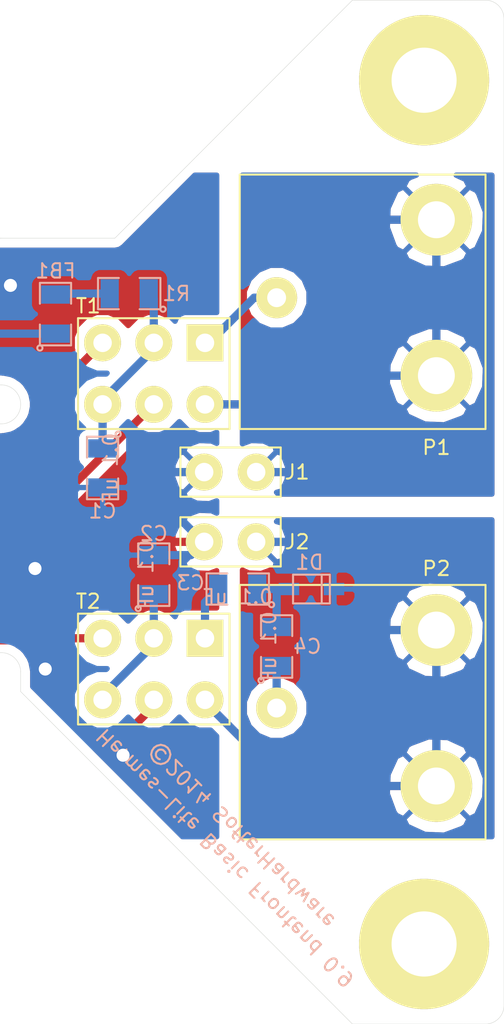
<source format=kicad_pcb>
(kicad_pcb (version 4) (host pcbnew "(2014-08-05 BZR 5054)-product")

  (general
    (links 41)
    (no_connects 0)
    (area 105.845 71.389999 139.721667 121.310001)
    (thickness 1.6)
    (drawings 13)
    (tracks 109)
    (zones 0)
    (modules 16)
    (nets 32)
  )

  (page USLetter)
  (title_block
    (title "Hermes-Lite Basic RF Frontend")
    (date "19 Oct 2014")
    (rev 0.9)
    (company SofterHardware)
    (comment 1 KF7O)
  )

  (layers
    (0 F.Cu signal hide)
    (31 B.Cu signal hide)
    (32 B.Adhes user)
    (33 F.Adhes user)
    (34 B.Paste user)
    (35 F.Paste user)
    (36 B.SilkS user)
    (37 F.SilkS user)
    (38 B.Mask user)
    (39 F.Mask user)
    (40 Dwgs.User user)
    (41 Cmts.User user)
    (42 Eco1.User user)
    (43 Eco2.User user)
    (44 Edge.Cuts user)
  )

  (setup
    (last_trace_width 0.25)
    (user_trace_width 0.4)
    (user_trace_width 1)
    (trace_clearance 0.205)
    (zone_clearance 0.45)
    (zone_45_only no)
    (trace_min 0.25)
    (segment_width 0.2)
    (edge_width 0.02)
    (via_size 0.889)
    (via_drill 0.635)
    (via_min_size 0.889)
    (via_min_drill 0.508)
    (user_via 1.397 0.813)
    (uvia_size 0.508)
    (uvia_drill 0.127)
    (uvias_allowed no)
    (uvia_min_size 0.508)
    (uvia_min_drill 0.127)
    (pcb_text_width 0.3)
    (pcb_text_size 1.5 1.5)
    (mod_edge_width 0.1)
    (mod_text_size 1 1)
    (mod_text_width 0.15)
    (pad_size 1.8 1.8)
    (pad_drill 0.9)
    (pad_to_mask_clearance 0)
    (aux_axis_origin 106.3 71.4)
    (visible_elements FFFEFF6F)
    (pcbplotparams
      (layerselection 0x010f0_80000001)
      (usegerberextensions false)
      (excludeedgelayer true)
      (linewidth 0.100000)
      (plotframeref false)
      (viasonmask false)
      (mode 1)
      (useauxorigin true)
      (hpglpennumber 1)
      (hpglpenspeed 20)
      (hpglpendiameter 15)
      (hpglpenoverlay 2)
      (psnegative false)
      (psa4output false)
      (plotreference true)
      (plotvalue false)
      (plotinvisibletext false)
      (padsonsilk false)
      (subtractmaskfromsilk false)
      (outputformat 1)
      (mirror false)
      (drillshape 0)
      (scaleselection 1)
      (outputdirectory ""))
  )

  (net 0 "")
  (net 1 "Net-(CN1-PadA11)")
  (net 2 "Net-(CN1-PadA12)")
  (net 3 "Net-(CN1-PadA13)")
  (net 4 "Net-(CN1-PadA15)")
  (net 5 "Net-(CN1-PadA16)")
  (net 6 "Net-(CN1-PadA17)")
  (net 7 "Net-(CN1-PadA18)")
  (net 8 "Net-(CN1-PadB2)")
  (net 9 "Net-(CN1-PadB3)")
  (net 10 "Net-(CN1-PadB5)")
  (net 11 "Net-(CN1-PadB6)")
  (net 12 "Net-(CN1-PadB8)")
  (net 13 "Net-(CN1-PadB9)")
  (net 14 "Net-(CN1-PadB11)")
  (net 15 "Net-(CN1-PadB12)")
  (net 16 "Net-(CN1-PadB13)")
  (net 17 "Net-(CN1-PadB14)")
  (net 18 "Net-(CN1-PadB15)")
  (net 19 "Net-(CN1-PadB16)")
  (net 20 "Net-(CN1-PadB17)")
  (net 21 "Net-(CN1-PadB18)")
  (net 22 GND)
  (net 23 "Net-(C1-Pad1)")
  (net 24 "Net-(C2-Pad1)")
  (net 25 "Net-(C3-Pad1)")
  (net 26 "Net-(C3-Pad2)")
  (net 27 "Net-(C4-Pad1)")
  (net 28 "Net-(D1-Pad2)")
  (net 29 "Net-(FB1-Pad2)")
  (net 30 "Net-(J1-Pad1)")
  (net 31 "Net-(P1-Pad1)")

  (net_class Default "This is the default net class."
    (clearance 0.205)
    (trace_width 0.25)
    (via_dia 0.889)
    (via_drill 0.635)
    (uvia_dia 0.508)
    (uvia_drill 0.127)
    (add_net GND)
    (add_net "Net-(C1-Pad1)")
    (add_net "Net-(C2-Pad1)")
    (add_net "Net-(C3-Pad1)")
    (add_net "Net-(C3-Pad2)")
    (add_net "Net-(C4-Pad1)")
    (add_net "Net-(CN1-PadA11)")
    (add_net "Net-(CN1-PadA12)")
    (add_net "Net-(CN1-PadA13)")
    (add_net "Net-(CN1-PadA15)")
    (add_net "Net-(CN1-PadA16)")
    (add_net "Net-(CN1-PadA17)")
    (add_net "Net-(CN1-PadA18)")
    (add_net "Net-(CN1-PadB11)")
    (add_net "Net-(CN1-PadB12)")
    (add_net "Net-(CN1-PadB13)")
    (add_net "Net-(CN1-PadB14)")
    (add_net "Net-(CN1-PadB15)")
    (add_net "Net-(CN1-PadB16)")
    (add_net "Net-(CN1-PadB17)")
    (add_net "Net-(CN1-PadB18)")
    (add_net "Net-(CN1-PadB2)")
    (add_net "Net-(CN1-PadB3)")
    (add_net "Net-(CN1-PadB5)")
    (add_net "Net-(CN1-PadB6)")
    (add_net "Net-(CN1-PadB8)")
    (add_net "Net-(CN1-PadB9)")
    (add_net "Net-(D1-Pad2)")
    (add_net "Net-(FB1-Pad2)")
    (add_net "Net-(J1-Pad1)")
    (add_net "Net-(P1-Pad1)")
  )

  (module HERMESLITE:EDGE (layer B.Cu) (tedit 5444254A) (tstamp 54431773)
    (at 106.3 91.1 90)
    (path /54430BA6)
    (fp_text reference CN1 (at -10.1 6.8 90) (layer B.SilkS) hide
      (effects (font (size 0.7 0.7) (thickness 0.1)) (justify mirror))
    )
    (fp_text value EDGE (at 6.1 6.8 90) (layer B.SilkS) hide
      (effects (font (size 0.7 0.7) (thickness 0.1)) (justify mirror))
    )
    (fp_line (start -13 8.4) (end -14 8.4) (layer Edge.Cuts) (width 0.02))
    (fp_arc (start -13.05 7.45) (end -13.05 8.4) (angle -90) (layer Edge.Cuts) (width 0.02))
    (fp_line (start -11.75 0) (end -12.1 0.35) (layer Edge.Cuts) (width 0.02))
    (fp_line (start -12.1 0.35) (end -12.1 7.45) (layer Edge.Cuts) (width 0.02))
    (fp_line (start -1.3 0) (end -11.75 0) (layer Edge.Cuts) (width 0.02))
    (fp_line (start 7.75 0) (end 8.1 0.35) (layer Edge.Cuts) (width 0.02))
    (fp_line (start 8.1 0.35) (end 8.1 7.45) (layer Edge.Cuts) (width 0.02))
    (fp_line (start 0.95 7.45) (end 0.95 0.35) (layer Edge.Cuts) (width 0.02))
    (fp_line (start 0.95 0.35) (end 1.3 0) (layer Edge.Cuts) (width 0.02))
    (fp_line (start 1.3 0) (end 7.75 0) (layer Edge.Cuts) (width 0.02))
    (fp_line (start -0.95 0.35) (end -0.95 7.45) (layer Edge.Cuts) (width 0.02))
    (fp_line (start -0.95 0.35) (end -1.3 0) (layer Edge.Cuts) (width 0.02))
    (fp_arc (start 0 7.45) (end -0.95 7.45) (angle -90) (layer Edge.Cuts) (width 0.02))
    (fp_arc (start 0 7.45) (end 0 8.4) (angle -90) (layer Edge.Cuts) (width 0.02))
    (pad A1 smd rect (at -11.5 3.5 90) (size 0.7 4.2) (layers B.Cu B.Mask)
      (net 22 GND))
    (pad A2 smd rect (at -10.5 3.5 90) (size 0.7 4.2) (layers B.Cu B.Mask)
      (net 22 GND))
    (pad A3 smd rect (at -9.5 3.5 90) (size 0.7 4.2) (layers B.Cu B.Mask)
      (net 22 GND))
    (pad A4 smd rect (at -8.5 3.5 90) (size 0.7 4.2) (layers B.Cu B.Mask)
      (net 22 GND))
    (pad A5 smd rect (at -7.5 3.5 90) (size 0.7 4.2) (layers B.Cu B.Mask)
      (net 22 GND))
    (pad A6 smd rect (at -6.5 3.5 90) (size 0.7 4.2) (layers B.Cu B.Mask)
      (net 22 GND))
    (pad A7 smd rect (at -5.5 3.5 90) (size 0.7 4.2) (layers B.Cu B.Mask)
      (net 22 GND))
    (pad A8 smd rect (at -4.5 3.5 90) (size 0.7 4.2) (layers B.Cu B.Mask)
      (net 22 GND))
    (pad A9 smd rect (at -3.5 3.5 90) (size 0.7 4.2) (layers B.Cu B.Mask)
      (net 22 GND))
    (pad A10 smd rect (at -2.5 3.5 90) (size 0.7 4.2) (layers B.Cu B.Mask)
      (net 22 GND))
    (pad A11 smd rect (at -1.5 3.5 90) (size 0.7 4.2) (layers B.Cu B.Mask)
      (net 1 "Net-(CN1-PadA11)"))
    (pad A12 smd rect (at 1.5 3.5 90) (size 0.7 4.2) (layers B.Cu B.Mask)
      (net 2 "Net-(CN1-PadA12)"))
    (pad A13 smd rect (at 2.5 3.5 90) (size 0.7 4.2) (layers B.Cu B.Mask)
      (net 3 "Net-(CN1-PadA13)"))
    (pad A14 smd rect (at 3.5 3.5 90) (size 0.7 4.2) (layers B.Cu B.Mask)
      (net 3 "Net-(CN1-PadA13)"))
    (pad A15 smd rect (at 4.5 3.5 90) (size 0.7 4.2) (layers B.Cu B.Mask)
      (net 4 "Net-(CN1-PadA15)"))
    (pad A16 smd rect (at 5.5 3.5 90) (size 0.7 4.2) (layers B.Cu B.Mask)
      (net 5 "Net-(CN1-PadA16)"))
    (pad A17 smd rect (at 6.5 3.5 90) (size 0.7 4.2) (layers B.Cu B.Mask)
      (net 6 "Net-(CN1-PadA17)"))
    (pad A18 smd rect (at 7.5 3.5 90) (size 0.7 4.2) (layers B.Cu B.Mask)
      (net 7 "Net-(CN1-PadA18)"))
    (pad B1 smd rect (at -11.5 3.5 90) (size 0.7 4.2) (layers F.Cu F.Mask)
      (net 22 GND))
    (pad B2 smd rect (at -10.5 3.5 90) (size 0.7 4.2) (layers F.Cu F.Mask)
      (net 8 "Net-(CN1-PadB2)"))
    (pad B3 smd rect (at -9.5 3.5 90) (size 0.7 4.2) (layers F.Cu F.Mask)
      (net 9 "Net-(CN1-PadB3)"))
    (pad B4 smd rect (at -8.5 3.5 90) (size 0.7 4.2) (layers F.Cu F.Mask)
      (net 22 GND))
    (pad B5 smd rect (at -7.5 3.5 90) (size 0.7 4.2) (layers F.Cu F.Mask)
      (net 10 "Net-(CN1-PadB5)"))
    (pad B6 smd rect (at -6.5 3.5 90) (size 0.7 4.2) (layers F.Cu F.Mask)
      (net 11 "Net-(CN1-PadB6)"))
    (pad B7 smd rect (at -5.5 3.5 90) (size 0.7 4.2) (layers F.Cu F.Mask)
      (net 22 GND))
    (pad B8 smd rect (at -4.5 3.5 90) (size 0.7 4.2) (layers F.Cu F.Mask)
      (net 12 "Net-(CN1-PadB8)"))
    (pad B9 smd rect (at -3.5 3.5 90) (size 0.7 4.2) (layers F.Cu F.Mask)
      (net 13 "Net-(CN1-PadB9)"))
    (pad B10 smd rect (at -2.5 3.5 90) (size 0.7 4.2) (layers F.Cu F.Mask)
      (net 22 GND))
    (pad B11 smd rect (at -1.5 3.5 90) (size 0.7 4.2) (layers F.Cu F.Mask)
      (net 14 "Net-(CN1-PadB11)"))
    (pad B12 smd rect (at 1.5 3.5 90) (size 0.7 4.2) (layers F.Cu F.Mask)
      (net 15 "Net-(CN1-PadB12)"))
    (pad B13 smd rect (at 2.5 3.5 90) (size 0.7 4.2) (layers F.Cu F.Mask)
      (net 16 "Net-(CN1-PadB13)"))
    (pad B14 smd rect (at 3.5 3.5 90) (size 0.7 4.2) (layers F.Cu F.Mask)
      (net 17 "Net-(CN1-PadB14)"))
    (pad B15 smd rect (at 4.5 3.5 90) (size 0.7 4.2) (layers F.Cu F.Mask)
      (net 18 "Net-(CN1-PadB15)"))
    (pad B16 smd rect (at 5.5 3.5 90) (size 0.7 4.2) (layers F.Cu F.Mask)
      (net 19 "Net-(CN1-PadB16)"))
    (pad B17 smd rect (at 6.5 3.5 90) (size 0.7 4.2) (layers F.Cu F.Mask)
      (net 20 "Net-(CN1-PadB17)"))
    (pad B18 smd rect (at 7.5 3.5 90) (size 0.7 4.2) (layers F.Cu F.Mask)
      (net 21 "Net-(CN1-PadB18)"))
  )

  (module HERMESLITE:MH (layer F.Cu) (tedit 5424E6F5) (tstamp 54431AEF)
    (at 134.4 75.3)
    (fp_text reference MH (at -4.1 -2) (layer F.SilkS) hide
      (effects (font (size 0.7 0.7) (thickness 0.1)))
    )
    (fp_text value VAL** (at -4.5 1.6) (layer F.SilkS) hide
      (effects (font (size 0.7 0.7) (thickness 0.1)))
    )
    (pad "" np_thru_hole circle (at 0 0) (size 6.35 6.35) (drill 3.175) (layers *.Cu *.Mask F.SilkS))
  )

  (module HERMESLITE:MH (layer F.Cu) (tedit 5424E6F5) (tstamp 54431AF8)
    (at 134.4 117.4)
    (fp_text reference MH (at -4.1 -2) (layer F.SilkS) hide
      (effects (font (size 0.7 0.7) (thickness 0.1)))
    )
    (fp_text value VAL** (at -4.5 1.6) (layer F.SilkS) hide
      (effects (font (size 0.7 0.7) (thickness 0.1)))
    )
    (pad "" np_thru_hole circle (at 0 0) (size 6.35 6.35) (drill 3.175) (layers *.Cu *.Mask F.SilkS))
  )

  (module SMD_Packages:SMD-0805 (layer B.Cu) (tedit 5444919A) (tstamp 54434A8E)
    (at 118.7 94.2 270)
    (path /544344BB)
    (attr smd)
    (fp_text reference C1 (at 2.1 0 360) (layer B.SilkS)
      (effects (font (size 0.7 0.7) (thickness 0.1)) (justify mirror))
    )
    (fp_text value "0.1 uF" (at 0 -0.381 270) (layer B.SilkS)
      (effects (font (size 0.7 0.7) (thickness 0.1)) (justify mirror))
    )
    (fp_circle (center -1.651 -0.762) (end -1.651 -0.635) (layer B.SilkS) (width 0.09906))
    (fp_line (start -0.508 -0.762) (end -1.524 -0.762) (layer B.SilkS) (width 0.09906))
    (fp_line (start -1.524 -0.762) (end -1.524 0.762) (layer B.SilkS) (width 0.09906))
    (fp_line (start -1.524 0.762) (end -0.508 0.762) (layer B.SilkS) (width 0.09906))
    (fp_line (start 0.508 0.762) (end 1.524 0.762) (layer B.SilkS) (width 0.09906))
    (fp_line (start 1.524 0.762) (end 1.524 -0.762) (layer B.SilkS) (width 0.09906))
    (fp_line (start 1.524 -0.762) (end 0.508 -0.762) (layer B.SilkS) (width 0.09906))
    (pad 1 smd rect (at -0.9525 0 270) (size 0.889 1.397) (layers B.Cu B.Paste B.Mask)
      (net 23 "Net-(C1-Pad1)"))
    (pad 2 smd rect (at 0.9525 0 270) (size 0.889 1.397) (layers B.Cu B.Paste B.Mask)
      (net 22 GND))
    (model smd/chip_cms.wrl
      (at (xyz 0 0 0))
      (scale (xyz 0.1000000014901161 0.1000000014901161 0.1000000014901161))
      (rotate (xyz 0 0 0))
    )
  )

  (module SMD_Packages:SMD-0805 (layer B.Cu) (tedit 54441F54) (tstamp 54434A94)
    (at 121.2 99.4 90)
    (path /5443416A)
    (attr smd)
    (fp_text reference C2 (at 2 0 180) (layer B.SilkS)
      (effects (font (size 0.7 0.7) (thickness 0.1)) (justify mirror))
    )
    (fp_text value "0.1 uF" (at 0 -0.381 90) (layer B.SilkS)
      (effects (font (size 0.7 0.7) (thickness 0.1)) (justify mirror))
    )
    (fp_circle (center -1.651 -0.762) (end -1.651 -0.635) (layer B.SilkS) (width 0.09906))
    (fp_line (start -0.508 -0.762) (end -1.524 -0.762) (layer B.SilkS) (width 0.09906))
    (fp_line (start -1.524 -0.762) (end -1.524 0.762) (layer B.SilkS) (width 0.09906))
    (fp_line (start -1.524 0.762) (end -0.508 0.762) (layer B.SilkS) (width 0.09906))
    (fp_line (start 0.508 0.762) (end 1.524 0.762) (layer B.SilkS) (width 0.09906))
    (fp_line (start 1.524 0.762) (end 1.524 -0.762) (layer B.SilkS) (width 0.09906))
    (fp_line (start 1.524 -0.762) (end 0.508 -0.762) (layer B.SilkS) (width 0.09906))
    (pad 1 smd rect (at -0.9525 0 90) (size 0.889 1.397) (layers B.Cu B.Paste B.Mask)
      (net 24 "Net-(C2-Pad1)"))
    (pad 2 smd rect (at 0.9525 0 90) (size 0.889 1.397) (layers B.Cu B.Paste B.Mask)
      (net 22 GND))
    (model smd/chip_cms.wrl
      (at (xyz 0 0 0))
      (scale (xyz 0.1000000014901161 0.1000000014901161 0.1000000014901161))
      (rotate (xyz 0 0 0))
    )
  )

  (module SMD_Packages:SMD-0805 (layer B.Cu) (tedit 544491A5) (tstamp 54434A9A)
    (at 125.3 100.1 180)
    (path /544340F2)
    (attr smd)
    (fp_text reference C3 (at 2.3 0.3 180) (layer B.SilkS)
      (effects (font (size 0.7 0.7) (thickness 0.1)) (justify mirror))
    )
    (fp_text value "0.1 uF" (at 0 -0.381 180) (layer B.SilkS)
      (effects (font (size 0.7 0.7) (thickness 0.1)) (justify mirror))
    )
    (fp_circle (center -1.651 -0.762) (end -1.651 -0.635) (layer B.SilkS) (width 0.09906))
    (fp_line (start -0.508 -0.762) (end -1.524 -0.762) (layer B.SilkS) (width 0.09906))
    (fp_line (start -1.524 -0.762) (end -1.524 0.762) (layer B.SilkS) (width 0.09906))
    (fp_line (start -1.524 0.762) (end -0.508 0.762) (layer B.SilkS) (width 0.09906))
    (fp_line (start 0.508 0.762) (end 1.524 0.762) (layer B.SilkS) (width 0.09906))
    (fp_line (start 1.524 0.762) (end 1.524 -0.762) (layer B.SilkS) (width 0.09906))
    (fp_line (start 1.524 -0.762) (end 0.508 -0.762) (layer B.SilkS) (width 0.09906))
    (pad 1 smd rect (at -0.9525 0 180) (size 0.889 1.397) (layers B.Cu B.Paste B.Mask)
      (net 25 "Net-(C3-Pad1)"))
    (pad 2 smd rect (at 0.9525 0 180) (size 0.889 1.397) (layers B.Cu B.Paste B.Mask)
      (net 26 "Net-(C3-Pad2)"))
    (model smd/chip_cms.wrl
      (at (xyz 0 0 0))
      (scale (xyz 0.1000000014901161 0.1000000014901161 0.1000000014901161))
      (rotate (xyz 0 0 0))
    )
  )

  (module SMD_Packages:SMD-0805 (layer B.Cu) (tedit 54441F9C) (tstamp 54434AA0)
    (at 127.2 102.9 90)
    (path /5443411D)
    (attr smd)
    (fp_text reference C4 (at 0 1.5 180) (layer B.SilkS)
      (effects (font (size 0.7 0.7) (thickness 0.1)) (justify mirror))
    )
    (fp_text value "0.1 uF" (at 0 -0.381 90) (layer B.SilkS)
      (effects (font (size 0.7 0.7) (thickness 0.1)) (justify mirror))
    )
    (fp_circle (center -1.651 -0.762) (end -1.651 -0.635) (layer B.SilkS) (width 0.09906))
    (fp_line (start -0.508 -0.762) (end -1.524 -0.762) (layer B.SilkS) (width 0.09906))
    (fp_line (start -1.524 -0.762) (end -1.524 0.762) (layer B.SilkS) (width 0.09906))
    (fp_line (start -1.524 0.762) (end -0.508 0.762) (layer B.SilkS) (width 0.09906))
    (fp_line (start 0.508 0.762) (end 1.524 0.762) (layer B.SilkS) (width 0.09906))
    (fp_line (start 1.524 0.762) (end 1.524 -0.762) (layer B.SilkS) (width 0.09906))
    (fp_line (start 1.524 -0.762) (end 0.508 -0.762) (layer B.SilkS) (width 0.09906))
    (pad 1 smd rect (at -0.9525 0 90) (size 0.889 1.397) (layers B.Cu B.Paste B.Mask)
      (net 27 "Net-(C4-Pad1)"))
    (pad 2 smd rect (at 0.9525 0 90) (size 0.889 1.397) (layers B.Cu B.Paste B.Mask)
      (net 25 "Net-(C3-Pad1)"))
    (model smd/chip_cms.wrl
      (at (xyz 0 0 0))
      (scale (xyz 0.1000000014901161 0.1000000014901161 0.1000000014901161))
      (rotate (xyz 0 0 0))
    )
  )

  (module HERMESLITE:SOD323 (layer B.Cu) (tedit 54441F94) (tstamp 54434AA6)
    (at 128.9 100.1)
    (descr SOD323)
    (path /544342D9)
    (fp_text reference D1 (at -0.1 -1.3) (layer B.SilkS)
      (effects (font (size 0.7 0.7) (thickness 0.1)) (justify mirror))
    )
    (fp_text value DIODESCH2 (at 0 -1.19888) (layer B.SilkS) hide
      (effects (font (size 0.7 0.7) (thickness 0.1)) (justify mirror))
    )
    (fp_line (start 0.50038 0.70104) (end 0.50038 -0.70104) (layer B.SilkS) (width 0.1))
    (fp_line (start 0.89916 0.70104) (end -0.89916 0.70104) (layer B.SilkS) (width 0.1))
    (fp_line (start -0.89916 0.70104) (end -0.89916 -0.70104) (layer B.SilkS) (width 0.1))
    (fp_line (start -0.89916 -0.70104) (end 0.89916 -0.70104) (layer B.SilkS) (width 0.1))
    (fp_line (start 0.89916 -0.70104) (end 0.89916 0.70104) (layer B.SilkS) (width 0.1))
    (pad 2 smd rect (at 1.09982 0) (size 1.00076 0.59944) (layers B.Cu B.Paste B.Mask)
      (net 28 "Net-(D1-Pad2)"))
    (pad 1 smd rect (at -1.09982 0) (size 1.00076 0.59944) (layers B.Cu B.Paste B.Mask)
      (net 25 "Net-(C3-Pad1)"))
    (model walter/smd_diode/sod323.wrl
      (at (xyz 0 0 0))
      (scale (xyz 1 1 1))
      (rotate (xyz 0 0 0))
    )
  )

  (module SMD_Packages:SMD-0805 (layer B.Cu) (tedit 54449192) (tstamp 54434AAC)
    (at 116.4 86.7 90)
    (path /54434516)
    (attr smd)
    (fp_text reference FB1 (at 2.1 0 180) (layer B.SilkS)
      (effects (font (size 0.7 0.7) (thickness 0.1)) (justify mirror))
    )
    (fp_text value FB (at 0 -0.381 90) (layer B.SilkS) hide
      (effects (font (size 0.7 0.7) (thickness 0.1)) (justify mirror))
    )
    (fp_circle (center -1.651 -0.762) (end -1.651 -0.635) (layer B.SilkS) (width 0.09906))
    (fp_line (start -0.508 -0.762) (end -1.524 -0.762) (layer B.SilkS) (width 0.09906))
    (fp_line (start -1.524 -0.762) (end -1.524 0.762) (layer B.SilkS) (width 0.09906))
    (fp_line (start -1.524 0.762) (end -0.508 0.762) (layer B.SilkS) (width 0.09906))
    (fp_line (start 0.508 0.762) (end 1.524 0.762) (layer B.SilkS) (width 0.09906))
    (fp_line (start 1.524 0.762) (end 1.524 -0.762) (layer B.SilkS) (width 0.09906))
    (fp_line (start 1.524 -0.762) (end 0.508 -0.762) (layer B.SilkS) (width 0.09906))
    (pad 1 smd rect (at -0.9525 0 90) (size 0.889 1.397) (layers B.Cu B.Paste B.Mask)
      (net 3 "Net-(CN1-PadA13)"))
    (pad 2 smd rect (at 0.9525 0 90) (size 0.889 1.397) (layers B.Cu B.Paste B.Mask)
      (net 29 "Net-(FB1-Pad2)"))
    (model smd/chip_cms.wrl
      (at (xyz 0 0 0))
      (scale (xyz 0.1000000014901161 0.1000000014901161 0.1000000014901161))
      (rotate (xyz 0 0 0))
    )
  )

  (module HERMESLITE:BNCRA (layer F.Cu) (tedit 54441E4A) (tstamp 54434ABF)
    (at 135 85.9 90)
    (path /544340A8)
    (fp_text reference P1 (at -7.3 0 180) (layer F.SilkS)
      (effects (font (size 0.7 0.7) (thickness 0.1)))
    )
    (fp_text value BNC (at 4 3.4 90) (layer F.SilkS) hide
      (effects (font (size 0.7 0.7) (thickness 0.1)))
    )
    (fp_line (start -6.4 0) (end -6.4 -9.6) (layer F.SilkS) (width 0.1))
    (fp_line (start -6.4 -9.6) (end 6 -9.6) (layer F.SilkS) (width 0.1))
    (fp_line (start 6 -9.6) (end 6 2.4) (layer F.SilkS) (width 0.1))
    (fp_line (start 6 2.4) (end -6.4 2.4) (layer F.SilkS) (width 0.1))
    (fp_line (start -6.4 2.4) (end -6.4 0) (layer F.SilkS) (width 0.1))
    (pad 2 thru_hole circle (at -3.8 0 90) (size 3.5 3.5) (drill 1.8) (layers *.Cu *.Mask F.SilkS)
      (net 30 "Net-(J1-Pad1)"))
    (pad 2 thru_hole circle (at 3.8 0 90) (size 3.5 3.5) (drill 1.8) (layers *.Cu *.Mask F.SilkS)
      (net 30 "Net-(J1-Pad1)"))
    (pad 1 thru_hole circle (at 0 -7.8 90) (size 2 2) (drill 0.92) (layers *.Cu *.Mask F.SilkS)
      (net 31 "Net-(P1-Pad1)"))
  )

  (module HERMESLITE:BNCRA (layer F.Cu) (tedit 54441E68) (tstamp 54434AC6)
    (at 135 105.9 90)
    (path /544340D3)
    (fp_text reference P2 (at 6.8 0 180) (layer F.SilkS)
      (effects (font (size 0.7 0.7) (thickness 0.1)))
    )
    (fp_text value BNC (at 4 3.4 90) (layer F.SilkS) hide
      (effects (font (size 0.7 0.7) (thickness 0.1)))
    )
    (fp_line (start -6.4 0) (end -6.4 -9.6) (layer F.SilkS) (width 0.1))
    (fp_line (start -6.4 -9.6) (end 6 -9.6) (layer F.SilkS) (width 0.1))
    (fp_line (start 6 -9.6) (end 6 2.4) (layer F.SilkS) (width 0.1))
    (fp_line (start 6 2.4) (end -6.4 2.4) (layer F.SilkS) (width 0.1))
    (fp_line (start -6.4 2.4) (end -6.4 0) (layer F.SilkS) (width 0.1))
    (pad 2 thru_hole circle (at -3.8 0 90) (size 3.5 3.5) (drill 1.8) (layers *.Cu *.Mask F.SilkS)
      (net 28 "Net-(D1-Pad2)"))
    (pad 2 thru_hole circle (at 3.8 0 90) (size 3.5 3.5) (drill 1.8) (layers *.Cu *.Mask F.SilkS)
      (net 28 "Net-(D1-Pad2)"))
    (pad 1 thru_hole circle (at 0 -7.8 90) (size 2 2) (drill 0.92) (layers *.Cu *.Mask F.SilkS)
      (net 27 "Net-(C4-Pad1)"))
  )

  (module SMD_Packages:SMD-0805 (layer B.Cu) (tedit 54449195) (tstamp 54434ACC)
    (at 120 85.7 180)
    (path /5443441E)
    (attr smd)
    (fp_text reference R1 (at -2.3 0 360) (layer B.SilkS)
      (effects (font (size 0.7 0.7) (thickness 0.1)) (justify mirror))
    )
    (fp_text value 0 (at 0 -0.381 180) (layer B.SilkS) hide
      (effects (font (size 0.7 0.7) (thickness 0.1)) (justify mirror))
    )
    (fp_circle (center -1.651 -0.762) (end -1.651 -0.635) (layer B.SilkS) (width 0.09906))
    (fp_line (start -0.508 -0.762) (end -1.524 -0.762) (layer B.SilkS) (width 0.09906))
    (fp_line (start -1.524 -0.762) (end -1.524 0.762) (layer B.SilkS) (width 0.09906))
    (fp_line (start -1.524 0.762) (end -0.508 0.762) (layer B.SilkS) (width 0.09906))
    (fp_line (start 0.508 0.762) (end 1.524 0.762) (layer B.SilkS) (width 0.09906))
    (fp_line (start 1.524 0.762) (end 1.524 -0.762) (layer B.SilkS) (width 0.09906))
    (fp_line (start 1.524 -0.762) (end 0.508 -0.762) (layer B.SilkS) (width 0.09906))
    (pad 1 smd rect (at -0.9525 0 180) (size 0.889 1.397) (layers B.Cu B.Paste B.Mask)
      (net 23 "Net-(C1-Pad1)"))
    (pad 2 smd rect (at 0.9525 0 180) (size 0.889 1.397) (layers B.Cu B.Paste B.Mask)
      (net 29 "Net-(FB1-Pad2)"))
    (model smd/chip_cms.wrl
      (at (xyz 0 0 0))
      (scale (xyz 0.1000000014901161 0.1000000014901161 0.1000000014901161))
      (rotate (xyz 0 0 0))
    )
  )

  (module HERMESLITE:JUMPER (layer F.Cu) (tedit 54441F60) (tstamp 544413C7)
    (at 126.2 94.4 90)
    (path /544343F7)
    (fp_text reference J1 (at 0 2 180) (layer F.SilkS)
      (effects (font (size 0.7 0.7) (thickness 0.1)))
    )
    (fp_text value J1 (at 0 2.1 180) (layer F.SilkS) hide
      (effects (font (size 0.7 0.7) (thickness 0.1)))
    )
    (fp_line (start -1.2 -3.7) (end -1.2 1.2) (layer F.SilkS) (width 0.1))
    (fp_line (start -1.2 1.2) (end 1.2 1.2) (layer F.SilkS) (width 0.1))
    (fp_line (start 1.2 1.2) (end 1.2 -3.7) (layer F.SilkS) (width 0.1))
    (fp_line (start 1.2 -3.7) (end -1.2 -3.7) (layer F.SilkS) (width 0.1))
    (pad 1 thru_hole circle (at 0 0 90) (size 1.8 1.8) (drill 0.9) (layers *.Cu *.Mask F.SilkS)
      (net 30 "Net-(J1-Pad1)"))
    (pad 2 thru_hole circle (at 0 -2.54 90) (size 1.8 1.8) (drill 0.9) (layers *.Cu *.Mask F.SilkS)
      (net 22 GND))
  )

  (module HERMESLITE:JUMPER (layer F.Cu) (tedit 54441F67) (tstamp 544413CD)
    (at 126.2 97.8 90)
    (path /544343B2)
    (fp_text reference J2 (at 0 2 180) (layer F.SilkS)
      (effects (font (size 0.7 0.7) (thickness 0.1)))
    )
    (fp_text value J2 (at 0 2 180) (layer F.SilkS) hide
      (effects (font (size 0.7 0.7) (thickness 0.1)))
    )
    (fp_line (start -1.2 -3.7) (end -1.2 1.2) (layer F.SilkS) (width 0.1))
    (fp_line (start -1.2 1.2) (end 1.2 1.2) (layer F.SilkS) (width 0.1))
    (fp_line (start 1.2 1.2) (end 1.2 -3.7) (layer F.SilkS) (width 0.1))
    (fp_line (start 1.2 -3.7) (end -1.2 -3.7) (layer F.SilkS) (width 0.1))
    (pad 1 thru_hole circle (at 0 0 90) (size 1.8 1.8) (drill 0.9) (layers *.Cu *.Mask F.SilkS)
      (net 28 "Net-(D1-Pad2)"))
    (pad 2 thru_hole circle (at 0 -2.54 90) (size 1.8 1.8) (drill 0.9) (layers *.Cu *.Mask F.SilkS)
      (net 22 GND))
  )

  (module HERMESLITE:TRANSFREV (layer F.Cu) (tedit 54441EDC) (tstamp 544413D7)
    (at 123.7 91.1 90)
    (path /54434023)
    (fp_text reference T1 (at 4.8 -5.7 180) (layer F.SilkS)
      (effects (font (size 0.7 0.7) (thickness 0.1)))
    )
    (fp_text value TRANSF (at 2 2.1 90) (layer F.SilkS) hide
      (effects (font (size 0.7 0.7) (thickness 0.1)))
    )
    (fp_line (start -1.2 1.2) (end -1.2 -6.2) (layer F.SilkS) (width 0.1))
    (fp_line (start -1.2 -6.2) (end 4.2 -6.2) (layer F.SilkS) (width 0.1))
    (fp_line (start 4.2 -6.2) (end 4.2 1.2) (layer F.SilkS) (width 0.1))
    (fp_line (start 4.2 1.2) (end -1.2 1.2) (layer F.SilkS) (width 0.1))
    (pad 2 thru_hole circle (at 0 0 90) (size 1.8 1.8) (drill 0.9) (layers *.Cu *.Mask F.SilkS)
      (net 30 "Net-(J1-Pad1)"))
    (pad 4 thru_hole circle (at 0 -2.5 90) (size 1.8 1.8) (drill 0.9) (layers *.Cu *.Mask F.SilkS)
      (net 10 "Net-(CN1-PadB5)"))
    (pad 1 thru_hole rect (at 3 0 90) (size 1.8 1.8) (drill 0.9) (layers *.Cu *.Mask F.SilkS)
      (net 31 "Net-(P1-Pad1)"))
    (pad 6 thru_hole circle (at 0 -5 90) (size 1.8 1.8) (drill 0.9) (layers *.Cu *.Mask F.SilkS)
      (net 23 "Net-(C1-Pad1)"))
    (pad 5 thru_hole circle (at 3 -5 90) (size 1.8 1.8) (drill 0.9) (layers *.Cu *.Mask F.SilkS)
      (net 11 "Net-(CN1-PadB6)"))
    (pad 3 thru_hole circle (at 3 -2.5 90) (size 1.8 1.8) (drill 0.9) (layers *.Cu *.Mask F.SilkS)
      (net 23 "Net-(C1-Pad1)"))
  )

  (module HERMESLITE:TRANSFREV (layer F.Cu) (tedit 54441F7A) (tstamp 544413E1)
    (at 123.7 105.5 90)
    (path /54433FF8)
    (fp_text reference T2 (at 4.8 -5.7 180) (layer F.SilkS)
      (effects (font (size 0.7 0.7) (thickness 0.1)))
    )
    (fp_text value TRANSF (at 2 2.1 90) (layer F.SilkS) hide
      (effects (font (size 0.7 0.7) (thickness 0.1)))
    )
    (fp_line (start -1.2 1.2) (end -1.2 -6.2) (layer F.SilkS) (width 0.1))
    (fp_line (start -1.2 -6.2) (end 4.2 -6.2) (layer F.SilkS) (width 0.1))
    (fp_line (start 4.2 -6.2) (end 4.2 1.2) (layer F.SilkS) (width 0.1))
    (fp_line (start 4.2 1.2) (end -1.2 1.2) (layer F.SilkS) (width 0.1))
    (pad 2 thru_hole circle (at 0 0 90) (size 1.8 1.8) (drill 0.9) (layers *.Cu *.Mask F.SilkS)
      (net 28 "Net-(D1-Pad2)"))
    (pad 4 thru_hole circle (at 0 -2.5 90) (size 1.8 1.8) (drill 0.9) (layers *.Cu *.Mask F.SilkS)
      (net 8 "Net-(CN1-PadB2)"))
    (pad 1 thru_hole rect (at 3 0 90) (size 1.8 1.8) (drill 0.9) (layers *.Cu *.Mask F.SilkS)
      (net 26 "Net-(C3-Pad2)"))
    (pad 6 thru_hole circle (at 0 -5 90) (size 1.8 1.8) (drill 0.9) (layers *.Cu *.Mask F.SilkS)
      (net 24 "Net-(C2-Pad1)"))
    (pad 5 thru_hole circle (at 3 -5 90) (size 1.8 1.8) (drill 0.9) (layers *.Cu *.Mask F.SilkS)
      (net 9 "Net-(CN1-PadB3)"))
    (pad 3 thru_hole circle (at 3 -2.5 90) (size 1.8 1.8) (drill 0.9) (layers *.Cu *.Mask F.SilkS)
      (net 24 "Net-(C2-Pad1)"))
  )

  (gr_text "©2014 SofterHardware" (at 125.5 112.1 135) (layer B.SilkS)
    (effects (font (size 0.7 0.7) (thickness 0.1)) (justify mirror))
  )
  (gr_text "Hermes-Lite Basic Frontend 0.9" (at 124.7 113.2 135) (layer B.SilkS)
    (effects (font (size 0.7 0.7) (thickness 0.1)) (justify mirror))
  )
  (gr_line (start 136.4 71.4) (end 130.9 71.4) (angle 90) (layer Edge.Cuts) (width 0.02))
  (gr_line (start 130.9 121.3) (end 136.4 121.3) (angle 90) (layer Edge.Cuts) (width 0.02))
  (gr_line (start 119.3 83) (end 113.7 83) (angle 90) (layer Edge.Cuts) (width 0.02))
  (gr_line (start 129.7 120.1) (end 130.9 121.3) (angle 90) (layer Edge.Cuts) (width 0.02))
  (gr_line (start 119.3 83) (end 130.9 71.4) (angle 90) (layer Edge.Cuts) (width 0.02))
  (gr_line (start 114.7 105.1) (end 129.7 120.1) (angle 90) (layer Edge.Cuts) (width 0.02))
  (gr_line (start 138.3 120.4) (end 138.3 72.3) (angle 90) (layer Edge.Cuts) (width 0.02))
  (gr_line (start 137.4 121.3) (end 136.4 121.3) (angle 90) (layer Edge.Cuts) (width 0.02))
  (gr_arc (start 137.4 120.4) (end 138.3 120.4) (angle 90) (layer Edge.Cuts) (width 0.02))
  (gr_line (start 137.4 71.4) (end 136.4 71.4) (angle 90) (layer Edge.Cuts) (width 0.02))
  (gr_arc (start 137.4 72.3) (end 137.4 71.4) (angle 90) (layer Edge.Cuts) (width 0.02))

  (segment (start 109.8525 87.6525) (end 109.8 87.6) (width 0.4) (layer B.Cu) (net 3) (tstamp 544428BE))
  (segment (start 113.0475 87.6525) (end 109.8525 87.6525) (width 0.4) (layer B.Cu) (net 3) (tstamp 544428C7))
  (segment (start 116.4 87.6525) (end 113.0475 87.6525) (width 0.4) (layer B.Cu) (net 3))
  (segment (start 112.1 88.6) (end 113.0475 87.6525) (width 0.4) (layer B.Cu) (net 3) (tstamp 544428C2))
  (segment (start 109.8 88.6) (end 112.1 88.6) (width 0.4) (layer B.Cu) (net 3))
  (segment (start 121.2 105.5) (end 121.2 105.8) (width 0.4) (layer F.Cu) (net 8))
  (segment (start 115 101.6) (end 116.9 103.5) (width 0.4) (layer F.Cu) (net 8) (tstamp 54448A1E))
  (segment (start 116.9 103.5) (end 116.9 104) (width 0.4) (layer F.Cu) (net 8) (tstamp 54448A25))
  (segment (start 119.9 107.1) (end 121.2 105.8) (width 0.4) (layer F.Cu) (net 8) (tstamp 54442053))
  (segment (start 109.8 101.6) (end 114.5 101.6) (width 0.4) (layer F.Cu) (net 8) (tstamp 54442095))
  (segment (start 116.9 106) (end 116.9 104) (width 0.4) (layer F.Cu) (net 8) (tstamp 54442082))
  (segment (start 118 107.1) (end 116.9 106) (width 0.4) (layer F.Cu) (net 8) (tstamp 54442068))
  (segment (start 119.9 107.1) (end 118 107.1) (width 0.4) (layer F.Cu) (net 8) (tstamp 5444205D))
  (segment (start 114.5 101.6) (end 115 101.6) (width 0.4) (layer F.Cu) (net 8))
  (segment (start 117 102.5) (end 115.1 100.6) (width 0.4) (layer F.Cu) (net 9) (tstamp 5444209E))
  (segment (start 115.1 100.6) (end 109.8 100.6) (width 0.4) (layer F.Cu) (net 9) (tstamp 544420AE))
  (segment (start 118.7 102.5) (end 117 102.5) (width 0.4) (layer F.Cu) (net 9))
  (segment (start 113.7 98.6) (end 109.8 98.6) (width 0.4) (layer F.Cu) (net 10) (tstamp 5444294F))
  (segment (start 121.2 91.1) (end 113.7 98.6) (width 0.4) (layer F.Cu) (net 10))
  (segment (start 116.9 89.9) (end 116.9 93.3) (width 0.4) (layer F.Cu) (net 11) (tstamp 54442923))
  (segment (start 116.9 93.3) (end 112.6 97.6) (width 0.4) (layer F.Cu) (net 11) (tstamp 5444292C))
  (segment (start 112.6 97.6) (end 109.8 97.6) (width 0.4) (layer F.Cu) (net 11) (tstamp 54442942))
  (segment (start 118.7 88.1) (end 116.9 89.9) (width 0.4) (layer F.Cu) (net 11))
  (segment (start 114.9 99.6) (end 115.4 99.1) (width 0.4) (layer F.Cu) (net 22) (tstamp 5444898E))
  (via (at 115.4 99.1) (size 0.889) (layers F.Cu B.Cu) (net 22))
  (segment (start 109.8 99.6) (end 114.9 99.6) (width 0.4) (layer F.Cu) (net 22))
  (segment (start 112.3 96.6) (end 113.2 95.7) (width 0.4) (layer F.Cu) (net 22) (tstamp 544489A2))
  (segment (start 113.2 95.7) (end 113.2 93.6) (width 0.4) (layer F.Cu) (net 22) (tstamp 544489B0))
  (segment (start 113.2 93.6) (end 109.8 93.6) (width 0.4) (layer F.Cu) (net 22))
  (segment (start 109.8 96.6) (end 112.3 96.6) (width 0.4) (layer F.Cu) (net 22))
  (via (at 113.2 93.6) (size 0.889) (layers F.Cu B.Cu) (net 22))
  (segment (start 109.8 93.6) (end 113.2 93.6) (width 0.4) (layer B.Cu) (net 22))
  (segment (start 109.8 94.6) (end 113.2 94.6) (width 0.4) (layer B.Cu) (net 22))
  (segment (start 109.8 96.6) (end 113.2 96.6) (width 0.4) (layer B.Cu) (net 22))
  (segment (start 109.8 95.6) (end 113.2 95.6) (width 0.4) (layer B.Cu) (net 22))
  (segment (start 109.8 97.6) (end 113.2 97.6) (width 0.4) (layer B.Cu) (net 22))
  (segment (start 109.8 98.6) (end 113.2 98.6) (width 0.4) (layer B.Cu) (net 22))
  (segment (start 109.8 99.6) (end 113.2 99.6) (width 0.4) (layer B.Cu) (net 22))
  (segment (start 109.8 100.6) (end 113.2 100.6) (width 0.4) (layer B.Cu) (net 22))
  (segment (start 109.8 101.6) (end 113.2 101.6) (width 0.4) (layer B.Cu) (net 22))
  (segment (start 109.8 102.6) (end 113.2 102.6) (width 0.4) (layer B.Cu) (net 22))
  (segment (start 114.1 93.6) (end 115.7 92) (width 0.4) (layer F.Cu) (net 22) (tstamp 54448C18))
  (segment (start 115.7 92) (end 115.7 90.1) (width 0.4) (layer F.Cu) (net 22) (tstamp 54448C1E))
  (segment (start 115.7 90.1) (end 114.2 88.6) (width 0.4) (layer F.Cu) (net 22) (tstamp 54448C23))
  (segment (start 114.2 88.6) (end 114.2 85.3) (width 0.4) (layer F.Cu) (net 22) (tstamp 54448C24))
  (via (at 114.2 85.3) (size 0.889) (layers F.Cu B.Cu) (net 22))
  (segment (start 113.2 93.6) (end 114.1 93.6) (width 0.4) (layer F.Cu) (net 22))
  (segment (start 115.9 105.2) (end 118.9 108.2) (width 0.4) (layer B.Cu) (net 22) (tstamp 54448C6E))
  (segment (start 118.9 108.2) (end 119.7 108.2) (width 0.4) (layer B.Cu) (net 22) (tstamp 54448C78))
  (via (at 119.7 108.2) (size 0.889) (layers F.Cu B.Cu) (net 22))
  (segment (start 109.8 102.6) (end 114.8 102.6) (width 0.4) (layer F.Cu) (net 22))
  (via (at 115.9 104) (size 0.889) (layers F.Cu B.Cu) (net 22))
  (segment (start 115.9 103.7) (end 115.9 104) (width 0.4) (layer F.Cu) (net 22) (tstamp 54448A3C))
  (segment (start 114.8 102.6) (end 115.9 103.7) (width 0.4) (layer F.Cu) (net 22) (tstamp 54448A2B))
  (segment (start 115.9 104) (end 115.9 105.2) (width 0.4) (layer B.Cu) (net 22))
  (segment (start 123.66 94.4) (end 121.6 94.4) (width 0.4) (layer F.Cu) (net 22))
  (segment (start 123.66 97.8) (end 121.5 97.8) (width 0.4) (layer F.Cu) (net 22))
  (segment (start 123.66 94.4) (end 121.7 94.4) (width 0.4) (layer B.Cu) (net 22))
  (segment (start 123.6 97.8) (end 122.3 96.5) (width 0.4) (layer B.Cu) (net 22) (tstamp 54448D76))
  (segment (start 123.66 97.8) (end 123.6 97.8) (width 0.4) (layer B.Cu) (net 22))
  (segment (start 123.0125 98.4475) (end 123.66 97.8) (width 0.4) (layer B.Cu) (net 22) (tstamp 54448D89))
  (segment (start 121.2 98.4475) (end 123.0125 98.4475) (width 0.4) (layer B.Cu) (net 22))
  (segment (start 121.2 88.4) (end 121.2 88.1) (width 0.4) (layer B.Cu) (net 23) (tstamp 5444211B))
  (segment (start 118.7 90.9) (end 121.2 88.4) (width 0.4) (layer B.Cu) (net 23) (tstamp 54442112))
  (segment (start 118.7 91.1) (end 118.7 90.9) (width 0.4) (layer B.Cu) (net 23))
  (segment (start 118.7 91.1) (end 118.7 93.2475) (width 0.4) (layer B.Cu) (net 23))
  (segment (start 121.2 85.9475) (end 120.9525 85.7) (width 0.4) (layer B.Cu) (net 23) (tstamp 544428B6))
  (segment (start 121.2 88.1) (end 121.2 85.9475) (width 0.4) (layer B.Cu) (net 23))
  (segment (start 121.2 102.8) (end 121.2 102.5) (width 0.4) (layer B.Cu) (net 24) (tstamp 54441FFE))
  (segment (start 118.7 105.3) (end 121.2 102.8) (width 0.4) (layer B.Cu) (net 24) (tstamp 54441FF2))
  (segment (start 118.7 105.5) (end 118.7 105.3) (width 0.4) (layer B.Cu) (net 24))
  (segment (start 121.2 102.5) (end 121.2 100.3525) (width 0.4) (layer B.Cu) (net 24))
  (segment (start 127.2 100.1) (end 127.80018 100.1) (width 0.4) (layer B.Cu) (net 25) (tstamp 54441FEE))
  (segment (start 126.2525 100.1) (end 127.2 100.1) (width 0.4) (layer B.Cu) (net 25))
  (segment (start 127.2 101.9475) (end 127.2 100.1) (width 0.4) (layer B.Cu) (net 25))
  (segment (start 123.7 100.7475) (end 124.3475 100.1) (width 0.4) (layer B.Cu) (net 26) (tstamp 54441FE7))
  (segment (start 123.7 102.5) (end 123.7 100.7475) (width 0.4) (layer B.Cu) (net 26))
  (segment (start 127.2 105.9) (end 127.2 103.8525) (width 0.4) (layer B.Cu) (net 27))
  (segment (start 126.4 108.3) (end 126.7 108.3) (width 0.4) (layer B.Cu) (net 28) (tstamp 54448B92))
  (segment (start 123.7 105.6) (end 126.4 108.3) (width 0.4) (layer B.Cu) (net 28) (tstamp 54448B87))
  (segment (start 123.7 105.6) (end 126.6 108.5) (width 0.4) (layer F.Cu) (net 28) (tstamp 54448B9E))
  (segment (start 123.7 105.5) (end 123.7 105.6) (width 0.4) (layer F.Cu) (net 28))
  (segment (start 126.2 97.8) (end 128.3 97.8) (width 0.4) (layer F.Cu) (net 28))
  (segment (start 135 102.1) (end 131.4 102.1) (width 0.4) (layer F.Cu) (net 28))
  (segment (start 135 109.7) (end 131.4 109.7) (width 0.4) (layer F.Cu) (net 28))
  (segment (start 131.6 102.1) (end 131.5 102) (width 0.4) (layer B.Cu) (net 28) (tstamp 54448D52))
  (segment (start 135 102.1) (end 131.6 102.1) (width 0.4) (layer B.Cu) (net 28))
  (segment (start 135 109.7) (end 131.3 109.7) (width 0.4) (layer B.Cu) (net 28))
  (segment (start 128.3 97.8) (end 128.4 97.7) (width 0.4) (layer B.Cu) (net 28) (tstamp 54448D68))
  (segment (start 126.2 97.8) (end 128.3 97.8) (width 0.4) (layer B.Cu) (net 28))
  (segment (start 135 102.1) (end 135 109.7) (width 0.4) (layer F.Cu) (net 28))
  (segment (start 135 102.1) (end 135 105) (width 0.4) (layer B.Cu) (net 28))
  (segment (start 135 109.7) (end 135 106.9) (width 0.4) (layer B.Cu) (net 28))
  (segment (start 116.4475 85.7) (end 116.4 85.7475) (width 0.4) (layer B.Cu) (net 29) (tstamp 544428BA))
  (segment (start 119.0475 85.7) (end 116.4475 85.7) (width 0.4) (layer B.Cu) (net 29))
  (segment (start 123.7 91.1) (end 126.4 91.1) (width 0.4) (layer F.Cu) (net 30))
  (segment (start 123.7 91.1) (end 126.4 91.1) (width 0.4) (layer B.Cu) (net 30))
  (segment (start 126.2 94.4) (end 128.2 94.4) (width 0.4) (layer F.Cu) (net 30))
  (segment (start 135 89.7) (end 131.6 89.7) (width 0.4) (layer F.Cu) (net 30))
  (segment (start 135 82.1) (end 131.8 82.1) (width 0.4) (layer F.Cu) (net 30))
  (segment (start 135 82.1) (end 131.9 82.1) (width 0.4) (layer B.Cu) (net 30))
  (segment (start 135 89.7) (end 131.7 89.7) (width 0.4) (layer B.Cu) (net 30))
  (segment (start 126.2 94.4) (end 128.2 94.4) (width 0.4) (layer B.Cu) (net 30))
  (segment (start 135 82.1) (end 135 89.7) (width 0.4) (layer F.Cu) (net 30))
  (segment (start 135 82.1) (end 135 84.9) (width 0.4) (layer B.Cu) (net 30))
  (segment (start 135 89.7) (end 135 86.9) (width 0.4) (layer B.Cu) (net 30))
  (segment (start 126.1 85.9) (end 127.2 85.9) (width 0.4) (layer B.Cu) (net 31) (tstamp 54442841))
  (segment (start 123.9 88.1) (end 126.1 85.9) (width 0.4) (layer B.Cu) (net 31) (tstamp 54442839))
  (segment (start 123.7 88.1) (end 123.9 88.1) (width 0.4) (layer B.Cu) (net 31))

  (zone (net 28) (net_name "Net-(D1-Pad2)") (layer B.Cu) (tstamp 544421DE) (hatch edge 0.508)
    (connect_pads (clearance 0.45))
    (min_thickness 0.254)
    (fill yes (arc_segments 16) (thermal_gap 0.5) (thermal_bridge_width 0.26))
    (polygon
      (pts
        (xy 138.3 112.3) (xy 125.4 112.3) (xy 125.4 96.6) (xy 138.3 96.6)
      )
    )
    (filled_polygon
      (pts
        (xy 137.713 112.173) (xy 137.393259 112.173) (xy 137.393259 109.317908) (xy 137.393259 101.717908) (xy 137.064864 100.831132)
        (xy 136.96247 100.67789) (xy 136.605002 100.49924) (xy 136.60076 100.503482) (xy 136.60076 100.494998) (xy 136.42211 100.13753)
        (xy 135.562853 99.742696) (xy 134.617908 99.706741) (xy 133.731132 100.035136) (xy 133.57789 100.13753) (xy 133.39924 100.494998)
        (xy 135 102.095757) (xy 136.60076 100.494998) (xy 136.60076 100.503482) (xy 135.004243 102.1) (xy 136.605002 103.70076)
        (xy 136.96247 103.52211) (xy 137.357304 102.662853) (xy 137.393259 101.717908) (xy 137.393259 109.317908) (xy 137.064864 108.431132)
        (xy 136.96247 108.27789) (xy 136.605002 108.09924) (xy 136.60076 108.103482) (xy 136.60076 108.094998) (xy 136.60076 103.705002)
        (xy 135 102.104243) (xy 134.995757 102.108485) (xy 134.995757 102.1) (xy 133.394998 100.49924) (xy 133.03753 100.67789)
        (xy 132.642696 101.537147) (xy 132.606741 102.482092) (xy 132.935136 103.368868) (xy 133.03753 103.52211) (xy 133.394998 103.70076)
        (xy 134.995757 102.1) (xy 134.995757 102.108485) (xy 133.39924 103.705002) (xy 133.57789 104.06247) (xy 134.437147 104.457304)
        (xy 135.382092 104.493259) (xy 136.268868 104.164864) (xy 136.42211 104.06247) (xy 136.60076 103.705002) (xy 136.60076 108.094998)
        (xy 136.42211 107.73753) (xy 135.562853 107.342696) (xy 134.617908 107.306741) (xy 133.731132 107.635136) (xy 133.57789 107.73753)
        (xy 133.39924 108.094998) (xy 135 109.695757) (xy 136.60076 108.094998) (xy 136.60076 108.103482) (xy 135.004243 109.7)
        (xy 136.605002 111.30076) (xy 136.96247 111.12211) (xy 137.357304 110.262853) (xy 137.393259 109.317908) (xy 137.393259 112.173)
        (xy 136.60076 112.173) (xy 136.60076 111.305002) (xy 135 109.704243) (xy 134.995757 109.708485) (xy 134.995757 109.7)
        (xy 133.394998 108.09924) (xy 133.03753 108.27789) (xy 132.642696 109.137147) (xy 132.606741 110.082092) (xy 132.935136 110.968868)
        (xy 133.03753 111.12211) (xy 133.394998 111.30076) (xy 134.995757 109.7) (xy 134.995757 109.708485) (xy 133.39924 111.305002)
        (xy 133.57789 111.66247) (xy 134.437147 112.057304) (xy 135.382092 112.093259) (xy 136.268868 111.764864) (xy 136.42211 111.66247)
        (xy 136.60076 111.305002) (xy 136.60076 112.173) (xy 131.1272 112.173) (xy 131.1272 100.524438) (xy 131.1272 100.275002)
        (xy 131.1272 100.25975) (xy 131.1272 99.94025) (xy 131.1272 99.924998) (xy 131.1272 99.675562) (xy 131.031745 99.445113)
        (xy 130.855367 99.268735) (xy 130.624918 99.17328) (xy 130.15957 99.17328) (xy 130.00282 99.33003) (xy 130.00282 100.097)
        (xy 130.97045 100.097) (xy 131.1272 99.94025) (xy 131.1272 100.25975) (xy 130.97045 100.103) (xy 130.00282 100.103)
        (xy 130.00282 100.86997) (xy 130.15957 101.02672) (xy 130.624918 101.02672) (xy 130.855367 100.931265) (xy 131.031745 100.754887)
        (xy 131.1272 100.524438) (xy 131.1272 112.173) (xy 125.527 112.173) (xy 125.527 101.306646) (xy 125.693227 101.3755)
        (xy 125.922772 101.3755) (xy 125.929771 101.3755) (xy 125.9245 101.388227) (xy 125.9245 101.617772) (xy 125.9245 102.506772)
        (xy 126.012343 102.718844) (xy 126.174655 102.881157) (xy 126.220146 102.9) (xy 126.174656 102.918843) (xy 126.012343 103.081155)
        (xy 125.9245 103.293227) (xy 125.9245 103.522772) (xy 125.9245 104.411772) (xy 126.012343 104.623844) (xy 126.129179 104.740681)
        (xy 125.863864 105.005535) (xy 125.623275 105.584939) (xy 125.622727 106.212308) (xy 125.862305 106.792132) (xy 126.305535 107.236136)
        (xy 126.884939 107.476725) (xy 127.512308 107.477273) (xy 128.092132 107.237695) (xy 128.536136 106.794465) (xy 128.776725 106.215061)
        (xy 128.777273 105.587692) (xy 128.537695 105.007868) (xy 128.270897 104.740604) (xy 128.387657 104.623845) (xy 128.4755 104.411773)
        (xy 128.4755 104.182228) (xy 128.4755 103.293228) (xy 128.387657 103.081156) (xy 128.225345 102.918843) (xy 128.179853 102.899999)
        (xy 128.225344 102.881157) (xy 128.387657 102.718845) (xy 128.4755 102.506773) (xy 128.4755 102.277228) (xy 128.4755 101.388228)
        (xy 128.387657 101.176156) (xy 128.225345 101.013843) (xy 128.135722 100.97672) (xy 128.415332 100.97672) (xy 128.627404 100.888877)
        (xy 128.789717 100.726565) (xy 128.87294 100.525645) (xy 128.967895 100.754887) (xy 129.144273 100.931265) (xy 129.374722 101.02672)
        (xy 129.84007 101.02672) (xy 129.99682 100.86997) (xy 129.99682 100.103) (xy 129.97682 100.103) (xy 129.97682 100.097)
        (xy 129.99682 100.097) (xy 129.99682 99.33003) (xy 129.84007 99.17328) (xy 129.374722 99.17328) (xy 129.144273 99.268735)
        (xy 128.967895 99.445113) (xy 128.87294 99.674354) (xy 128.789717 99.473436) (xy 128.627405 99.311123) (xy 128.415333 99.22328)
        (xy 128.185788 99.22328) (xy 127.737276 99.22328) (xy 127.247719 99.22328) (xy 127.186157 99.074656) (xy 127.12584 99.014339)
        (xy 127.187943 98.792186) (xy 126.2 97.804243) (xy 126.185858 97.818385) (xy 126.181615 97.814142) (xy 126.195757 97.8)
        (xy 126.181615 97.785858) (xy 126.185858 97.781615) (xy 126.2 97.795757) (xy 126.214142 97.781615) (xy 126.218385 97.785858)
        (xy 126.204243 97.8) (xy 127.192186 98.787943) (xy 127.461333 98.712704) (xy 127.714596 98.160537) (xy 127.737276 97.553481)
        (xy 127.525919 96.983956) (xy 127.461333 96.887296) (xy 127.192187 96.812057) (xy 127.277244 96.727) (xy 137.713 96.727)
        (xy 137.713 112.173)
      )
    )
  )
  (zone (net 28) (net_name "Net-(D1-Pad2)") (layer F.Cu) (tstamp 544421DE) (hatch edge 0.508)
    (connect_pads (clearance 0.45))
    (min_thickness 0.254)
    (fill yes (arc_segments 16) (thermal_gap 0.5) (thermal_bridge_width 0.26))
    (polygon
      (pts
        (xy 138.3 112.3) (xy 125.4 112.3) (xy 125.4 96.6) (xy 138.3 96.6)
      )
    )
    (filled_polygon
      (pts
        (xy 137.713 112.173) (xy 137.393259 112.173) (xy 137.393259 109.317908) (xy 137.393259 101.717908) (xy 137.064864 100.831132)
        (xy 136.96247 100.67789) (xy 136.605002 100.49924) (xy 136.60076 100.503482) (xy 136.60076 100.494998) (xy 136.42211 100.13753)
        (xy 135.562853 99.742696) (xy 134.617908 99.706741) (xy 133.731132 100.035136) (xy 133.57789 100.13753) (xy 133.39924 100.494998)
        (xy 135 102.095757) (xy 136.60076 100.494998) (xy 136.60076 100.503482) (xy 135.004243 102.1) (xy 136.605002 103.70076)
        (xy 136.96247 103.52211) (xy 137.357304 102.662853) (xy 137.393259 101.717908) (xy 137.393259 109.317908) (xy 137.064864 108.431132)
        (xy 136.96247 108.27789) (xy 136.605002 108.09924) (xy 136.60076 108.103482) (xy 136.60076 108.094998) (xy 136.60076 103.705002)
        (xy 135 102.104243) (xy 134.995757 102.108485) (xy 134.995757 102.1) (xy 133.394998 100.49924) (xy 133.03753 100.67789)
        (xy 132.642696 101.537147) (xy 132.606741 102.482092) (xy 132.935136 103.368868) (xy 133.03753 103.52211) (xy 133.394998 103.70076)
        (xy 134.995757 102.1) (xy 134.995757 102.108485) (xy 133.39924 103.705002) (xy 133.57789 104.06247) (xy 134.437147 104.457304)
        (xy 135.382092 104.493259) (xy 136.268868 104.164864) (xy 136.42211 104.06247) (xy 136.60076 103.705002) (xy 136.60076 108.094998)
        (xy 136.42211 107.73753) (xy 135.562853 107.342696) (xy 134.617908 107.306741) (xy 133.731132 107.635136) (xy 133.57789 107.73753)
        (xy 133.39924 108.094998) (xy 135 109.695757) (xy 136.60076 108.094998) (xy 136.60076 108.103482) (xy 135.004243 109.7)
        (xy 136.605002 111.30076) (xy 136.96247 111.12211) (xy 137.357304 110.262853) (xy 137.393259 109.317908) (xy 137.393259 112.173)
        (xy 136.60076 112.173) (xy 136.60076 111.305002) (xy 135 109.704243) (xy 134.995757 109.708485) (xy 134.995757 109.7)
        (xy 133.394998 108.09924) (xy 133.03753 108.27789) (xy 132.642696 109.137147) (xy 132.606741 110.082092) (xy 132.935136 110.968868)
        (xy 133.03753 111.12211) (xy 133.394998 111.30076) (xy 134.995757 109.7) (xy 134.995757 109.708485) (xy 133.39924 111.305002)
        (xy 133.57789 111.66247) (xy 134.437147 112.057304) (xy 135.382092 112.093259) (xy 136.268868 111.764864) (xy 136.42211 111.66247)
        (xy 136.60076 111.305002) (xy 136.60076 112.173) (xy 128.777273 112.173) (xy 128.777273 105.587692) (xy 128.537695 105.007868)
        (xy 128.094465 104.563864) (xy 127.737276 104.415546) (xy 127.515061 104.323275) (xy 126.887692 104.322727) (xy 126.307868 104.562305)
        (xy 125.863864 105.005535) (xy 125.623275 105.584939) (xy 125.622727 106.212308) (xy 125.862305 106.792132) (xy 126.305535 107.236136)
        (xy 126.884939 107.476725) (xy 127.512308 107.477273) (xy 128.092132 107.237695) (xy 128.536136 106.794465) (xy 128.776725 106.215061)
        (xy 128.777273 105.587692) (xy 128.777273 112.173) (xy 125.527 112.173) (xy 125.527 99.171278) (xy 125.839463 99.314596)
        (xy 126.446519 99.337276) (xy 127.016044 99.125919) (xy 127.112704 99.061333) (xy 127.187943 98.792186) (xy 126.2 97.804243)
        (xy 126.185858 97.818385) (xy 126.181615 97.814142) (xy 126.195757 97.8) (xy 126.181615 97.785858) (xy 126.185858 97.781615)
        (xy 126.2 97.795757) (xy 126.214142 97.781615) (xy 126.218385 97.785858) (xy 126.204243 97.8) (xy 127.192186 98.787943)
        (xy 127.461333 98.712704) (xy 127.714596 98.160537) (xy 127.737276 97.553481) (xy 127.525919 96.983956) (xy 127.461333 96.887296)
        (xy 127.192187 96.812057) (xy 127.277244 96.727) (xy 137.713 96.727) (xy 137.713 112.173)
      )
    )
  )
  (zone (net 30) (net_name "Net-(J1-Pad1)") (layer B.Cu) (tstamp 54442296) (hatch edge 0.508)
    (connect_pads (clearance 0.45))
    (min_thickness 0.254)
    (fill yes (arc_segments 16) (thermal_gap 0.5) (thermal_bridge_width 0.26))
    (polygon
      (pts
        (xy 138.3 79.8) (xy 125.4 79.8) (xy 125.4 95.6) (xy 138.3 95.6)
      )
    )
    (filled_polygon
      (pts
        (xy 137.713 95.473) (xy 137.393259 95.473) (xy 137.393259 89.317908) (xy 137.393259 81.717908) (xy 137.064864 80.831132)
        (xy 136.96247 80.67789) (xy 136.605002 80.49924) (xy 135.004243 82.1) (xy 136.605002 83.70076) (xy 136.96247 83.52211)
        (xy 137.357304 82.662853) (xy 137.393259 81.717908) (xy 137.393259 89.317908) (xy 137.064864 88.431132) (xy 136.96247 88.27789)
        (xy 136.605002 88.09924) (xy 136.60076 88.103482) (xy 136.60076 88.094998) (xy 136.60076 83.705002) (xy 135 82.104243)
        (xy 134.995757 82.108485) (xy 134.995757 82.1) (xy 133.394998 80.49924) (xy 133.03753 80.67789) (xy 132.642696 81.537147)
        (xy 132.606741 82.482092) (xy 132.935136 83.368868) (xy 133.03753 83.52211) (xy 133.394998 83.70076) (xy 134.995757 82.1)
        (xy 134.995757 82.108485) (xy 133.39924 83.705002) (xy 133.57789 84.06247) (xy 134.437147 84.457304) (xy 135.382092 84.493259)
        (xy 136.268868 84.164864) (xy 136.42211 84.06247) (xy 136.60076 83.705002) (xy 136.60076 88.094998) (xy 136.42211 87.73753)
        (xy 135.562853 87.342696) (xy 134.617908 87.306741) (xy 133.731132 87.635136) (xy 133.57789 87.73753) (xy 133.39924 88.094998)
        (xy 135 89.695757) (xy 136.60076 88.094998) (xy 136.60076 88.103482) (xy 135.004243 89.7) (xy 136.605002 91.30076)
        (xy 136.96247 91.12211) (xy 137.357304 90.262853) (xy 137.393259 89.317908) (xy 137.393259 95.473) (xy 136.60076 95.473)
        (xy 136.60076 91.305002) (xy 135 89.704243) (xy 134.995757 89.708485) (xy 134.995757 89.7) (xy 133.394998 88.09924)
        (xy 133.03753 88.27789) (xy 132.642696 89.137147) (xy 132.606741 90.082092) (xy 132.935136 90.968868) (xy 133.03753 91.12211)
        (xy 133.394998 91.30076) (xy 134.995757 89.7) (xy 134.995757 89.708485) (xy 133.39924 91.305002) (xy 133.57789 91.66247)
        (xy 134.437147 92.057304) (xy 135.382092 92.093259) (xy 136.268868 91.764864) (xy 136.42211 91.66247) (xy 136.60076 91.305002)
        (xy 136.60076 95.473) (xy 127.737276 95.473) (xy 127.277244 95.473) (xy 127.192187 95.387942) (xy 127.461333 95.312704)
        (xy 127.714596 94.760537) (xy 127.737276 94.153481) (xy 127.525919 93.583956) (xy 127.461333 93.487296) (xy 127.192186 93.412057)
        (xy 126.204243 94.4) (xy 126.218385 94.414142) (xy 126.214142 94.418385) (xy 126.2 94.404243) (xy 126.185858 94.418385)
        (xy 126.181615 94.414142) (xy 126.195757 94.4) (xy 126.181615 94.385858) (xy 126.185858 94.381615) (xy 126.2 94.395757)
        (xy 127.187943 93.407814) (xy 127.112704 93.138667) (xy 126.560537 92.885404) (xy 125.953481 92.862724) (xy 125.527 93.020995)
        (xy 125.527 87.571844) (xy 126.084314 87.014529) (xy 126.305535 87.236136) (xy 126.884939 87.476725) (xy 127.512308 87.477273)
        (xy 128.092132 87.237695) (xy 128.536136 86.794465) (xy 128.776725 86.215061) (xy 128.777273 85.587692) (xy 128.537695 85.007868)
        (xy 128.094465 84.563864) (xy 127.515061 84.323275) (xy 126.887692 84.322727) (xy 126.307868 84.562305) (xy 125.863864 85.005535)
        (xy 125.785872 85.193359) (xy 125.550578 85.350578) (xy 125.527 85.374156) (xy 125.527 79.927) (xy 134.023135 79.927)
        (xy 133.731132 80.035136) (xy 133.57789 80.13753) (xy 133.39924 80.494998) (xy 135 82.095757) (xy 136.60076 80.494998)
        (xy 136.42211 80.13753) (xy 135.963944 79.927) (xy 137.713 79.927) (xy 137.713 95.473)
      )
    )
  )
  (zone (net 22) (net_name GND) (layer F.Cu) (tstamp 544427A2) (hatch edge 0.508)
    (connect_pads (clearance 0.45))
    (min_thickness 0.254)
    (fill yes (arc_segments 16) (thermal_gap 0.5) (thermal_bridge_width 0.26))
    (polygon
      (pts
        (xy 124.4 79.8) (xy 111.4 79.8) (xy 111.4 112.3) (xy 124.4 112.3)
      )
    )
    (filled_polygon
      (pts
        (xy 116.123 105.692856) (xy 115.287 104.856856) (xy 115.287 104.1) (xy 115.27572 104.043296) (xy 115.275721 104.035482)
        (xy 115.203407 103.671934) (xy 115.203406 103.671932) (xy 115.115759 103.460332) (xy 115.115758 103.460331) (xy 115.115758 103.46033)
        (xy 114.909823 103.152128) (xy 114.828847 103.071152) (xy 114.747872 102.990177) (xy 114.43967 102.784242) (xy 114.439668 102.784241)
        (xy 114.228068 102.696594) (xy 114.228066 102.696593) (xy 113.864517 102.624279) (xy 113.806702 102.624279) (xy 113.75 102.613)
        (xy 112.38025 102.613) (xy 112.37025 102.603) (xy 111.527 102.603) (xy 111.527 102.597) (xy 112.37025 102.597)
        (xy 112.527 102.44025) (xy 112.527 102.377) (xy 114.5 102.377) (xy 114.678156 102.377) (xy 116.123 103.821844)
        (xy 116.123 104) (xy 116.123 105.692856)
      )
    )
    (filled_polygon
      (pts
        (xy 124.273 86.623) (xy 122.685228 86.623) (xy 122.473156 86.710843) (xy 122.310843 86.873155) (xy 122.237947 87.049141)
        (xy 122.037746 86.848591) (xy 121.495082 86.623257) (xy 120.907495 86.622744) (xy 120.36444 86.84713) (xy 119.949641 87.261205)
        (xy 119.537746 86.848591) (xy 118.995082 86.623257) (xy 118.407495 86.622744) (xy 117.86444 86.84713) (xy 117.448591 87.262254)
        (xy 117.223257 87.804918) (xy 117.222744 88.392505) (xy 117.247861 88.453294) (xy 116.350578 89.350578) (xy 116.182146 89.602655)
        (xy 116.123 89.9) (xy 116.123 92.978156) (xy 112.504158 96.596998) (xy 112.370252 96.596998) (xy 112.527 96.44025)
        (xy 112.527 96.125282) (xy 112.477 96.004571) (xy 112.477 95.835228) (xy 112.477 95.135228) (xy 112.462408 95.1)
        (xy 112.477 95.064773) (xy 112.477 94.835228) (xy 112.477 94.195428) (xy 112.527 94.074718) (xy 112.527 93.75975)
        (xy 112.37025 93.603) (xy 111.527 93.603) (xy 111.527 93.597) (xy 112.37025 93.597) (xy 112.527 93.44025)
        (xy 112.527 93.125282) (xy 112.477 93.004571) (xy 112.477 92.835228) (xy 112.477 92.637) (xy 113.75 92.637)
        (xy 113.806702 92.625721) (xy 113.864517 92.625721) (xy 114.228066 92.553407) (xy 114.228068 92.553406) (xy 114.439668 92.465759)
        (xy 114.439668 92.465758) (xy 114.43967 92.465758) (xy 114.747869 92.259824) (xy 114.747872 92.259823) (xy 114.828847 92.178847)
        (xy 114.909823 92.097872) (xy 114.909824 92.097869) (xy 115.115758 91.78967) (xy 115.115758 91.789668) (xy 115.115759 91.789668)
        (xy 115.203406 91.578068) (xy 115.203407 91.578066) (xy 115.27572 91.214518) (xy 115.275721 91.214518) (xy 115.27572 91.1)
        (xy 115.27572 90.985482) (xy 115.275721 90.985482) (xy 115.203407 90.621934) (xy 115.203406 90.621932) (xy 115.115759 90.410332)
        (xy 115.115758 90.410331) (xy 115.115758 90.41033) (xy 114.909823 90.102128) (xy 114.828847 90.021152) (xy 114.747872 89.940177)
        (xy 114.43967 89.734242) (xy 114.439668 89.734241) (xy 114.228068 89.646594) (xy 114.228066 89.646593) (xy 113.864517 89.574279)
        (xy 113.806702 89.574279) (xy 113.75 89.563) (xy 112.477 89.563) (xy 112.477 89.135228) (xy 112.462408 89.1)
        (xy 112.477 89.064773) (xy 112.477 88.835228) (xy 112.477 88.135228) (xy 112.462408 88.1) (xy 112.477 88.064773)
        (xy 112.477 87.835228) (xy 112.477 87.135228) (xy 112.462408 87.1) (xy 112.477 87.064773) (xy 112.477 86.835228)
        (xy 112.477 86.135228) (xy 112.462408 86.1) (xy 112.477 86.064773) (xy 112.477 85.835228) (xy 112.477 85.135228)
        (xy 112.462408 85.1) (xy 112.477 85.064773) (xy 112.477 84.835228) (xy 112.477 84.135228) (xy 112.462408 84.1)
        (xy 112.477 84.064773) (xy 112.477 83.835228) (xy 112.477 83.587) (xy 113.7 83.587) (xy 113.75 83.587)
        (xy 119.3 83.587) (xy 119.524635 83.542317) (xy 119.715072 83.415072) (xy 123.203143 79.927) (xy 124.273 79.927)
        (xy 124.273 86.623)
      )
    )
    (filled_polygon
      (pts
        (xy 124.273 101.023) (xy 122.685228 101.023) (xy 122.473156 101.110843) (xy 122.310843 101.273155) (xy 122.237947 101.449141)
        (xy 122.037746 101.248591) (xy 121.495082 101.023257) (xy 120.907495 101.022744) (xy 120.36444 101.24713) (xy 119.949641 101.661205)
        (xy 119.537746 101.248591) (xy 118.995082 101.023257) (xy 118.407495 101.022744) (xy 117.86444 101.24713) (xy 117.448591 101.662254)
        (xy 117.423367 101.723) (xy 117.321844 101.723) (xy 115.649422 100.050578) (xy 115.397345 99.882146) (xy 115.1 99.823)
        (xy 112.527 99.823) (xy 112.527 99.75975) (xy 112.37025 99.603) (xy 111.527 99.603) (xy 111.527 99.597)
        (xy 112.37025 99.597) (xy 112.527 99.44025) (xy 112.527 99.377) (xy 113.7 99.377) (xy 113.997345 99.317854)
        (xy 114.249422 99.149422) (xy 120.846399 92.552444) (xy 120.904918 92.576743) (xy 121.492505 92.577256) (xy 122.03556 92.35287)
        (xy 122.450358 91.938794) (xy 122.862254 92.351409) (xy 123.404918 92.576743) (xy 123.992505 92.577256) (xy 124.273 92.461357)
        (xy 124.273 93.001201) (xy 124.020537 92.885404) (xy 123.413481 92.862724) (xy 122.843956 93.074081) (xy 122.747296 93.138667)
        (xy 122.672057 93.407814) (xy 123.66 94.395757) (xy 123.674142 94.381615) (xy 123.678385 94.385858) (xy 123.664243 94.4)
        (xy 123.678385 94.414142) (xy 123.674142 94.418385) (xy 123.66 94.404243) (xy 123.655757 94.408486) (xy 123.655757 94.4)
        (xy 122.667814 93.412057) (xy 122.398667 93.487296) (xy 122.145404 94.039463) (xy 122.122724 94.646519) (xy 122.334081 95.216044)
        (xy 122.398667 95.312704) (xy 122.667814 95.387943) (xy 123.655757 94.4) (xy 123.655757 94.408486) (xy 122.672057 95.392186)
        (xy 122.747296 95.661333) (xy 123.299463 95.914596) (xy 123.906519 95.937276) (xy 124.273 95.80127) (xy 124.273 96.401201)
        (xy 124.020537 96.285404) (xy 123.413481 96.262724) (xy 122.843956 96.474081) (xy 122.747296 96.538667) (xy 122.672057 96.807814)
        (xy 123.66 97.795757) (xy 123.674142 97.781615) (xy 123.678385 97.785858) (xy 123.664243 97.8) (xy 123.678385 97.814142)
        (xy 123.674142 97.818385) (xy 123.66 97.804243) (xy 123.655757 97.808486) (xy 123.655757 97.8) (xy 122.667814 96.812057)
        (xy 122.398667 96.887296) (xy 122.145404 97.439463) (xy 122.122724 98.046519) (xy 122.334081 98.616044) (xy 122.398667 98.712704)
        (xy 122.667814 98.787943) (xy 123.655757 97.8) (xy 123.655757 97.808486) (xy 122.672057 98.792186) (xy 122.747296 99.061333)
        (xy 123.299463 99.314596) (xy 123.906519 99.337276) (xy 124.273 99.20127) (xy 124.273 101.023)
      )
    )
    (filled_polygon
      (pts
        (xy 124.273 112.173) (xy 122.603143 112.173) (xy 118.307143 107.877) (xy 119.9 107.877) (xy 120.197345 107.817854)
        (xy 120.449422 107.649422) (xy 121.121911 106.976932) (xy 121.492505 106.977256) (xy 122.03556 106.75287) (xy 122.450358 106.338794)
        (xy 122.862254 106.751409) (xy 123.404918 106.976743) (xy 123.978399 106.977243) (xy 124.273 107.271844) (xy 124.273 112.173)
      )
    )
  )
  (zone (net 22) (net_name GND) (layer B.Cu) (tstamp 544427A2) (hatch edge 0.508)
    (connect_pads (clearance 0.45))
    (min_thickness 0.254)
    (fill yes (arc_segments 16) (thermal_gap 0.5) (thermal_bridge_width 0.26))
    (polygon
      (pts
        (xy 124.4 79.8) (xy 111.4 79.8) (xy 111.4 112.3) (xy 124.4 112.3)
      )
    )
    (filled_polygon
      (pts
        (xy 124.273 86.623) (xy 122.685228 86.623) (xy 122.473156 86.710843) (xy 122.310843 86.873155) (xy 122.237947 87.049141)
        (xy 122.037746 86.848591) (xy 121.977 86.823367) (xy 121.977 85.9475) (xy 121.974 85.932418) (xy 121.974 84.886728)
        (xy 121.886157 84.674656) (xy 121.723845 84.512343) (xy 121.511773 84.4245) (xy 121.282228 84.4245) (xy 120.393228 84.4245)
        (xy 120.181156 84.512343) (xy 120.018843 84.674655) (xy 119.999999 84.720146) (xy 119.981157 84.674656) (xy 119.818845 84.512343)
        (xy 119.606773 84.4245) (xy 119.377228 84.4245) (xy 118.488228 84.4245) (xy 118.276156 84.512343) (xy 118.113843 84.674655)
        (xy 118.026 84.886727) (xy 118.026 84.923) (xy 117.534501 84.923) (xy 117.425345 84.813843) (xy 117.213273 84.726)
        (xy 116.983728 84.726) (xy 115.586728 84.726) (xy 115.374656 84.813843) (xy 115.212343 84.976155) (xy 115.1245 85.188227)
        (xy 115.1245 85.417772) (xy 115.1245 86.306772) (xy 115.212343 86.518844) (xy 115.374655 86.681157) (xy 115.420146 86.7)
        (xy 115.374656 86.718843) (xy 115.217998 86.8755) (xy 113.0475 86.8755) (xy 112.477 86.8755) (xy 112.477 86.835228)
        (xy 112.477 86.135228) (xy 112.462408 86.1) (xy 112.477 86.064773) (xy 112.477 85.835228) (xy 112.477 85.135228)
        (xy 112.462408 85.1) (xy 112.477 85.064773) (xy 112.477 84.835228) (xy 112.477 84.135228) (xy 112.462408 84.1)
        (xy 112.477 84.064773) (xy 112.477 83.835228) (xy 112.477 83.587) (xy 113.7 83.587) (xy 113.75 83.587)
        (xy 119.3 83.587) (xy 119.524635 83.542317) (xy 119.715072 83.415072) (xy 123.203143 79.927) (xy 124.273 79.927)
        (xy 124.273 86.623)
      )
    )
    (filled_polygon
      (pts
        (xy 124.273 112.173) (xy 122.603143 112.173) (xy 115.287 104.856856) (xy 115.287 104.1) (xy 115.27572 104.043296)
        (xy 115.275721 104.035482) (xy 115.203407 103.671934) (xy 115.203406 103.671932) (xy 115.115759 103.460332) (xy 115.115758 103.460331)
        (xy 115.115758 103.46033) (xy 114.909823 103.152128) (xy 114.828847 103.071152) (xy 114.747872 102.990177) (xy 114.43967 102.784242)
        (xy 114.439668 102.784241) (xy 114.228068 102.696594) (xy 114.228066 102.696593) (xy 113.864517 102.624279) (xy 113.806702 102.624279)
        (xy 113.75 102.613) (xy 112.38025 102.613) (xy 112.37025 102.603) (xy 111.527 102.603) (xy 111.527 102.597)
        (xy 112.37025 102.597) (xy 112.527 102.44025) (xy 112.527 102.125282) (xy 112.516527 102.1) (xy 112.527 102.074718)
        (xy 112.527 101.75975) (xy 112.37025 101.603) (xy 111.527 101.603) (xy 111.527 101.597) (xy 112.37025 101.597)
        (xy 112.527 101.44025) (xy 112.527 101.125282) (xy 112.516527 101.1) (xy 112.527 101.074718) (xy 112.527 100.75975)
        (xy 112.37025 100.603) (xy 111.527 100.603) (xy 111.527 100.597) (xy 112.37025 100.597) (xy 112.527 100.44025)
        (xy 112.527 100.125282) (xy 112.516527 100.1) (xy 112.527 100.074718) (xy 112.527 99.75975) (xy 112.37025 99.603)
        (xy 111.527 99.603) (xy 111.527 99.597) (xy 112.37025 99.597) (xy 112.527 99.44025) (xy 112.527 99.125282)
        (xy 112.516527 99.1) (xy 112.527 99.074718) (xy 112.527 98.75975) (xy 112.37025 98.603) (xy 111.527 98.603)
        (xy 111.527 98.597) (xy 112.37025 98.597) (xy 112.527 98.44025) (xy 112.527 98.125282) (xy 112.516527 98.1)
        (xy 112.527 98.074718) (xy 112.527 97.75975) (xy 112.37025 97.603) (xy 111.527 97.603) (xy 111.527 97.597)
        (xy 112.37025 97.597) (xy 112.527 97.44025) (xy 112.527 97.125282) (xy 112.516527 97.1) (xy 112.527 97.074718)
        (xy 112.527 96.75975) (xy 112.37025 96.603) (xy 111.527 96.603) (xy 111.527 96.597) (xy 112.37025 96.597)
        (xy 112.527 96.44025) (xy 112.527 96.125282) (xy 112.516527 96.1) (xy 112.527 96.074718) (xy 112.527 95.75975)
        (xy 112.37025 95.603) (xy 111.527 95.603) (xy 111.527 95.597) (xy 112.37025 95.597) (xy 112.527 95.44025)
        (xy 112.527 95.125282) (xy 112.516527 95.1) (xy 112.527 95.074718) (xy 112.527 94.75975) (xy 112.37025 94.603)
        (xy 111.527 94.603) (xy 111.527 94.597) (xy 112.37025 94.597) (xy 112.527 94.44025) (xy 112.527 94.125282)
        (xy 112.516527 94.1) (xy 112.527 94.074718) (xy 112.527 93.75975) (xy 112.37025 93.603) (xy 111.527 93.603)
        (xy 111.527 93.597) (xy 112.37025 93.597) (xy 112.527 93.44025) (xy 112.527 93.125282) (xy 112.477 93.004571)
        (xy 112.477 92.835228) (xy 112.477 92.637) (xy 113.75 92.637) (xy 113.806702 92.625721) (xy 113.864517 92.625721)
        (xy 114.228066 92.553407) (xy 114.228068 92.553406) (xy 114.439668 92.465759) (xy 114.439668 92.465758) (xy 114.43967 92.465758)
        (xy 114.747869 92.259824) (xy 114.747872 92.259823) (xy 114.828847 92.178847) (xy 114.909823 92.097872) (xy 114.909824 92.097869)
        (xy 115.115758 91.78967) (xy 115.115758 91.789668) (xy 115.115759 91.789668) (xy 115.203406 91.578068) (xy 115.203407 91.578066)
        (xy 115.27572 91.214518) (xy 115.275721 91.214518) (xy 115.27572 91.1) (xy 115.27572 90.985482) (xy 115.275721 90.985482)
        (xy 115.203407 90.621934) (xy 115.203406 90.621932) (xy 115.115759 90.410332) (xy 115.115758 90.410331) (xy 115.115758 90.41033)
        (xy 114.909823 90.102128) (xy 114.828847 90.021152) (xy 114.747872 89.940177) (xy 114.43967 89.734242) (xy 114.439668 89.734241)
        (xy 114.228068 89.646594) (xy 114.228066 89.646593) (xy 113.864517 89.574279) (xy 113.806702 89.574279) (xy 113.75 89.563)
        (xy 112.477 89.563) (xy 112.477 89.26463) (xy 112.649422 89.149422) (xy 113.369344 88.4295) (xy 115.217998 88.4295)
        (xy 115.374655 88.586157) (xy 115.586727 88.674) (xy 115.816272 88.674) (xy 117.213272 88.674) (xy 117.320673 88.629512)
        (xy 117.44713 88.93556) (xy 117.862254 89.351409) (xy 118.404918 89.576743) (xy 118.923959 89.577196) (xy 118.878001 89.623154)
        (xy 118.407495 89.622744) (xy 117.86444 89.84713) (xy 117.448591 90.262254) (xy 117.223257 90.804918) (xy 117.222744 91.392505)
        (xy 117.44713 91.93556) (xy 117.780845 92.269858) (xy 117.674656 92.313843) (xy 117.512343 92.476155) (xy 117.4245 92.688227)
        (xy 117.4245 92.917772) (xy 117.4245 93.806772) (xy 117.512343 94.018844) (xy 117.663034 94.169536) (xy 117.646333 94.176455)
        (xy 117.469955 94.352833) (xy 117.3745 94.583282) (xy 117.3745 94.99275) (xy 117.53125 95.1495) (xy 118.697 95.1495)
        (xy 118.697 95.1295) (xy 118.703 95.1295) (xy 118.703 95.1495) (xy 119.86875 95.1495) (xy 120.0255 94.99275)
        (xy 120.0255 94.583282) (xy 119.930045 94.352833) (xy 119.753667 94.176455) (xy 119.736964 94.169536) (xy 119.887657 94.018845)
        (xy 119.9755 93.806773) (xy 119.9755 93.577228) (xy 119.9755 92.688228) (xy 119.887657 92.476156) (xy 119.725345 92.313843)
        (xy 119.618845 92.269729) (xy 119.950358 91.938794) (xy 120.362254 92.351409) (xy 120.904918 92.576743) (xy 121.492505 92.577256)
        (xy 122.03556 92.35287) (xy 122.450358 91.938794) (xy 122.862254 92.351409) (xy 123.404918 92.576743) (xy 123.992505 92.577256)
        (xy 124.273 92.461357) (xy 124.273 93.001201) (xy 124.020537 92.885404) (xy 123.413481 92.862724) (xy 122.843956 93.074081)
        (xy 122.747296 93.138667) (xy 122.672057 93.407814) (xy 123.66 94.395757) (xy 123.674142 94.381615) (xy 123.678385 94.385858)
        (xy 123.664243 94.4) (xy 123.678385 94.414142) (xy 123.674142 94.418385) (xy 123.66 94.404243) (xy 123.655757 94.408486)
        (xy 123.655757 94.4) (xy 122.667814 93.412057) (xy 122.398667 93.487296) (xy 122.145404 94.039463) (xy 122.122724 94.646519)
        (xy 122.334081 95.216044) (xy 122.398667 95.312704) (xy 122.667814 95.387943) (xy 123.655757 94.4) (xy 123.655757 94.408486)
        (xy 122.672057 95.392186) (xy 122.747296 95.661333) (xy 123.299463 95.914596) (xy 123.906519 95.937276) (xy 124.273 95.80127)
        (xy 124.273 96.401201) (xy 124.020537 96.285404) (xy 123.413481 96.262724) (xy 122.843956 96.474081) (xy 122.747296 96.538667)
        (xy 122.672057 96.807814) (xy 123.66 97.795757) (xy 123.674142 97.781615) (xy 123.678385 97.785858) (xy 123.664243 97.8)
        (xy 123.678385 97.814142) (xy 123.674142 97.818385) (xy 123.66 97.804243) (xy 122.672057 98.792186) (xy 122.747296 99.061333)
        (xy 123.299463 99.314596) (xy 123.326 99.315587) (xy 123.326 99.516272) (xy 123.326 100.022656) (xy 123.150578 100.198078)
        (xy 122.982146 100.450155) (xy 122.923 100.7475) (xy 122.923 101.023) (xy 122.685228 101.023) (xy 122.473156 101.110843)
        (xy 122.310843 101.273155) (xy 122.237947 101.449141) (xy 122.119154 101.330141) (xy 122.225344 101.286157) (xy 122.387657 101.123845)
        (xy 122.4755 100.911773) (xy 122.4755 100.682228) (xy 122.4755 99.793228) (xy 122.387657 99.581156) (xy 122.236965 99.430463)
        (xy 122.253667 99.423545) (xy 122.430045 99.247167) (xy 122.5255 99.016718) (xy 122.5255 98.748159) (xy 122.667814 98.787943)
        (xy 123.655757 97.8) (xy 122.667814 96.812057) (xy 122.398667 96.887296) (xy 122.150357 97.428662) (xy 122.023218 97.376)
        (xy 121.773782 97.376) (xy 121.35975 97.376) (xy 121.203 97.53275) (xy 121.203 98.4445) (xy 121.223 98.4445)
        (xy 121.223 98.4505) (xy 121.203 98.4505) (xy 121.203 98.4705) (xy 121.197 98.4705) (xy 121.197 98.4505)
        (xy 121.197 98.4445) (xy 121.197 97.53275) (xy 121.04025 97.376) (xy 120.626218 97.376) (xy 120.376782 97.376)
        (xy 120.146333 97.471455) (xy 120.0255 97.592288) (xy 120.0255 95.721718) (xy 120.0255 95.31225) (xy 119.86875 95.1555)
        (xy 118.703 95.1555) (xy 118.703 96.06725) (xy 118.85975 96.224) (xy 119.273782 96.224) (xy 119.523218 96.224)
        (xy 119.753667 96.128545) (xy 119.930045 95.952167) (xy 120.0255 95.721718) (xy 120.0255 97.592288) (xy 119.969955 97.647833)
        (xy 119.8745 97.878282) (xy 119.8745 98.28775) (xy 120.03125 98.4445) (xy 121.197 98.4445) (xy 121.197 98.4505)
        (xy 120.03125 98.4505) (xy 119.8745 98.60725) (xy 119.8745 99.016718) (xy 119.969955 99.247167) (xy 120.146333 99.423545)
        (xy 120.163035 99.430463) (xy 120.012343 99.581155) (xy 119.9245 99.793227) (xy 119.9245 100.022772) (xy 119.9245 100.911772)
        (xy 120.012343 101.123844) (xy 120.174655 101.286157) (xy 120.281154 101.33027) (xy 119.949641 101.661205) (xy 119.537746 101.248591)
        (xy 118.995082 101.023257) (xy 118.697 101.022996) (xy 118.697 96.06725) (xy 118.697 95.1555) (xy 117.53125 95.1555)
        (xy 117.3745 95.31225) (xy 117.3745 95.721718) (xy 117.469955 95.952167) (xy 117.646333 96.128545) (xy 117.876782 96.224)
        (xy 118.126218 96.224) (xy 118.54025 96.224) (xy 118.697 96.06725) (xy 118.697 101.022996) (xy 118.407495 101.022744)
        (xy 117.86444 101.24713) (xy 117.448591 101.662254) (xy 117.223257 102.204918) (xy 117.222744 102.792505) (xy 117.44713 103.33556)
        (xy 117.862254 103.751409) (xy 118.404918 103.976743) (xy 118.923959 103.977196) (xy 118.878001 104.023154) (xy 118.407495 104.022744)
        (xy 117.86444 104.24713) (xy 117.448591 104.662254) (xy 117.223257 105.204918) (xy 117.222744 105.792505) (xy 117.44713 106.33556)
        (xy 117.862254 106.751409) (xy 118.404918 106.976743) (xy 118.992505 106.977256) (xy 119.53556 106.75287) (xy 119.950358 106.338794)
        (xy 120.362254 106.751409) (xy 120.904918 106.976743) (xy 121.492505 106.977256) (xy 122.03556 106.75287) (xy 122.450358 106.338794)
        (xy 122.862254 106.751409) (xy 123.404918 106.976743) (xy 123.978399 106.977243) (xy 124.273 107.271844) (xy 124.273 112.173)
      )
    )
  )
  (zone (net 30) (net_name "Net-(J1-Pad1)") (layer F.Cu) (tstamp 54442296) (hatch edge 0.508)
    (connect_pads (clearance 0.45))
    (min_thickness 0.254)
    (fill yes (arc_segments 16) (thermal_gap 0.5) (thermal_bridge_width 0.26))
    (polygon
      (pts
        (xy 138.3 79.8) (xy 125.4 79.8) (xy 125.4 95.6) (xy 138.3 95.6)
      )
    )
    (filled_polygon
      (pts
        (xy 137.713 95.473) (xy 137.393259 95.473) (xy 137.393259 89.317908) (xy 137.393259 81.717908) (xy 137.064864 80.831132)
        (xy 136.96247 80.67789) (xy 136.605002 80.49924) (xy 135.004243 82.1) (xy 136.605002 83.70076) (xy 136.96247 83.52211)
        (xy 137.357304 82.662853) (xy 137.393259 81.717908) (xy 137.393259 89.317908) (xy 137.064864 88.431132) (xy 136.96247 88.27789)
        (xy 136.605002 88.09924) (xy 136.60076 88.103482) (xy 136.60076 88.094998) (xy 136.60076 83.705002) (xy 135 82.104243)
        (xy 134.995757 82.108485) (xy 134.995757 82.1) (xy 133.394998 80.49924) (xy 133.03753 80.67789) (xy 132.642696 81.537147)
        (xy 132.606741 82.482092) (xy 132.935136 83.368868) (xy 133.03753 83.52211) (xy 133.394998 83.70076) (xy 134.995757 82.1)
        (xy 134.995757 82.108485) (xy 133.39924 83.705002) (xy 133.57789 84.06247) (xy 134.437147 84.457304) (xy 135.382092 84.493259)
        (xy 136.268868 84.164864) (xy 136.42211 84.06247) (xy 136.60076 83.705002) (xy 136.60076 88.094998) (xy 136.42211 87.73753)
        (xy 135.562853 87.342696) (xy 134.617908 87.306741) (xy 133.731132 87.635136) (xy 133.57789 87.73753) (xy 133.39924 88.094998)
        (xy 135 89.695757) (xy 136.60076 88.094998) (xy 136.60076 88.103482) (xy 135.004243 89.7) (xy 136.605002 91.30076)
        (xy 136.96247 91.12211) (xy 137.357304 90.262853) (xy 137.393259 89.317908) (xy 137.393259 95.473) (xy 136.60076 95.473)
        (xy 136.60076 91.305002) (xy 135 89.704243) (xy 134.995757 89.708485) (xy 134.995757 89.7) (xy 133.394998 88.09924)
        (xy 133.03753 88.27789) (xy 132.642696 89.137147) (xy 132.606741 90.082092) (xy 132.935136 90.968868) (xy 133.03753 91.12211)
        (xy 133.394998 91.30076) (xy 134.995757 89.7) (xy 134.995757 89.708485) (xy 133.39924 91.305002) (xy 133.57789 91.66247)
        (xy 134.437147 92.057304) (xy 135.382092 92.093259) (xy 136.268868 91.764864) (xy 136.42211 91.66247) (xy 136.60076 91.305002)
        (xy 136.60076 95.473) (xy 128.777273 95.473) (xy 128.777273 85.587692) (xy 128.537695 85.007868) (xy 128.094465 84.563864)
        (xy 127.515061 84.323275) (xy 126.887692 84.322727) (xy 126.307868 84.562305) (xy 125.863864 85.005535) (xy 125.623275 85.584939)
        (xy 125.622727 86.212308) (xy 125.862305 86.792132) (xy 126.305535 87.236136) (xy 126.884939 87.476725) (xy 127.512308 87.477273)
        (xy 128.092132 87.237695) (xy 128.536136 86.794465) (xy 128.776725 86.215061) (xy 128.777273 85.587692) (xy 128.777273 95.473)
        (xy 127.737276 95.473) (xy 127.277244 95.473) (xy 127.192187 95.387942) (xy 127.461333 95.312704) (xy 127.714596 94.760537)
        (xy 127.737276 94.153481) (xy 127.525919 93.583956) (xy 127.461333 93.487296) (xy 127.192186 93.412057) (xy 126.204243 94.4)
        (xy 126.218385 94.414142) (xy 126.214142 94.418385) (xy 126.2 94.404243) (xy 126.185858 94.418385) (xy 126.181615 94.414142)
        (xy 126.195757 94.4) (xy 126.181615 94.385858) (xy 126.185858 94.381615) (xy 126.2 94.395757) (xy 127.187943 93.407814)
        (xy 127.112704 93.138667) (xy 126.560537 92.885404) (xy 125.953481 92.862724) (xy 125.527 93.020995) (xy 125.527 79.927)
        (xy 134.023135 79.927) (xy 133.731132 80.035136) (xy 133.57789 80.13753) (xy 133.39924 80.494998) (xy 135 82.095757)
        (xy 136.60076 80.494998) (xy 136.42211 80.13753) (xy 135.963944 79.927) (xy 137.713 79.927) (xy 137.713 95.473)
      )
    )
  )
)

</source>
